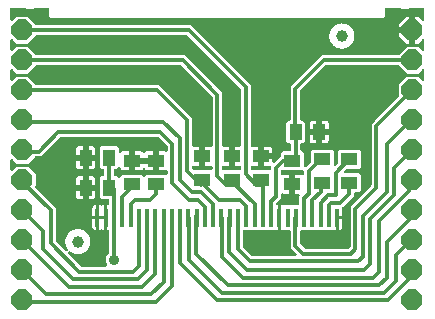
<source format=gbr>
G04 EAGLE Gerber RS-274X export*
G75*
%MOMM*%
%FSLAX34Y34*%
%LPD*%
%INTop Copper*%
%IPPOS*%
%AMOC8*
5,1,8,0,0,1.08239X$1,22.5*%
G01*
%ADD10R,0.350000X1.600000*%
%ADD11R,1.400000X1.100000*%
%ADD12R,1.100000X1.400000*%
%ADD13P,1.924489X8X22.500000*%
%ADD14P,1.924489X8X202.500000*%
%ADD15C,1.000000*%
%ADD16C,0.304800*%
%ADD17C,0.906400*%

G36*
X222114Y122516D02*
X222114Y122516D01*
X222233Y122523D01*
X222271Y122536D01*
X222312Y122541D01*
X222422Y122584D01*
X222535Y122621D01*
X222570Y122643D01*
X222607Y122658D01*
X222703Y122727D01*
X222804Y122791D01*
X222832Y122821D01*
X222865Y122844D01*
X222941Y122936D01*
X223022Y123023D01*
X223042Y123058D01*
X223067Y123089D01*
X223118Y123197D01*
X223176Y123301D01*
X223186Y123341D01*
X223203Y123377D01*
X223225Y123494D01*
X223255Y123609D01*
X223259Y123669D01*
X223263Y123689D01*
X223261Y123710D01*
X223265Y123770D01*
X223265Y125150D01*
X223250Y125268D01*
X223243Y125387D01*
X223230Y125425D01*
X223225Y125466D01*
X223182Y125576D01*
X223145Y125689D01*
X223123Y125724D01*
X223108Y125761D01*
X223039Y125857D01*
X222975Y125958D01*
X222945Y125986D01*
X222922Y126019D01*
X222830Y126095D01*
X222743Y126176D01*
X222708Y126196D01*
X222677Y126221D01*
X222569Y126272D01*
X222465Y126330D01*
X222425Y126340D01*
X222389Y126357D01*
X222272Y126379D01*
X222157Y126409D01*
X222097Y126413D01*
X222077Y126417D01*
X222056Y126415D01*
X221996Y126419D01*
X217169Y126419D01*
X217169Y131921D01*
X224171Y131921D01*
X224171Y130113D01*
X224188Y129976D01*
X224201Y129837D01*
X224208Y129818D01*
X224211Y129798D01*
X224262Y129669D01*
X224309Y129538D01*
X224320Y129521D01*
X224328Y129502D01*
X224409Y129390D01*
X224487Y129275D01*
X224503Y129261D01*
X224514Y129245D01*
X224622Y129156D01*
X224726Y129064D01*
X224744Y129055D01*
X224759Y129042D01*
X224885Y128983D01*
X225009Y128920D01*
X225029Y128915D01*
X225047Y128906D01*
X225183Y128880D01*
X225319Y128850D01*
X225340Y128850D01*
X225359Y128847D01*
X225498Y128855D01*
X225637Y128860D01*
X225657Y128865D01*
X225677Y128866D01*
X225809Y128909D01*
X225943Y128948D01*
X225960Y128958D01*
X225979Y128964D01*
X226097Y129039D01*
X226217Y129109D01*
X226238Y129128D01*
X226248Y129135D01*
X226262Y129150D01*
X226337Y129216D01*
X229244Y132122D01*
X231388Y134266D01*
X231448Y134344D01*
X231516Y134416D01*
X231545Y134469D01*
X231582Y134517D01*
X231622Y134608D01*
X231670Y134695D01*
X231685Y134753D01*
X231709Y134809D01*
X231724Y134907D01*
X231749Y135003D01*
X231755Y135103D01*
X231759Y135123D01*
X231757Y135135D01*
X231759Y135163D01*
X231759Y137202D01*
X233248Y138691D01*
X238666Y138691D01*
X238784Y138706D01*
X238903Y138713D01*
X238941Y138726D01*
X238982Y138731D01*
X239092Y138774D01*
X239205Y138811D01*
X239240Y138833D01*
X239277Y138848D01*
X239373Y138917D01*
X239474Y138981D01*
X239502Y139011D01*
X239535Y139034D01*
X239611Y139126D01*
X239692Y139213D01*
X239712Y139248D01*
X239737Y139279D01*
X239788Y139387D01*
X239846Y139491D01*
X239856Y139531D01*
X239873Y139567D01*
X239895Y139684D01*
X239925Y139799D01*
X239929Y139859D01*
X239933Y139879D01*
X239931Y139900D01*
X239935Y139960D01*
X239935Y144130D01*
X239920Y144248D01*
X239913Y144367D01*
X239900Y144405D01*
X239895Y144446D01*
X239852Y144556D01*
X239815Y144669D01*
X239793Y144704D01*
X239778Y144741D01*
X239709Y144837D01*
X239645Y144938D01*
X239615Y144966D01*
X239592Y144999D01*
X239500Y145075D01*
X239413Y145156D01*
X239378Y145176D01*
X239347Y145201D01*
X239239Y145252D01*
X239135Y145310D01*
X239095Y145320D01*
X239059Y145337D01*
X238942Y145359D01*
X238827Y145389D01*
X238767Y145393D01*
X238747Y145397D01*
X238726Y145395D01*
X238666Y145399D01*
X237448Y145399D01*
X235959Y146888D01*
X235959Y162992D01*
X237448Y164481D01*
X238506Y164481D01*
X238624Y164496D01*
X238743Y164503D01*
X238781Y164516D01*
X238822Y164521D01*
X238932Y164564D01*
X239045Y164601D01*
X239080Y164623D01*
X239117Y164638D01*
X239213Y164707D01*
X239314Y164771D01*
X239342Y164801D01*
X239375Y164824D01*
X239451Y164916D01*
X239532Y165003D01*
X239552Y165038D01*
X239577Y165069D01*
X239628Y165177D01*
X239686Y165281D01*
X239696Y165321D01*
X239713Y165357D01*
X239735Y165474D01*
X239765Y165589D01*
X239769Y165649D01*
X239773Y165669D01*
X239771Y165690D01*
X239775Y165750D01*
X239775Y193454D01*
X242528Y196206D01*
X266286Y219965D01*
X330274Y219965D01*
X330372Y219977D01*
X330471Y219980D01*
X330529Y219997D01*
X330589Y220005D01*
X330681Y220041D01*
X330776Y220069D01*
X330828Y220099D01*
X330885Y220122D01*
X330965Y220180D01*
X331050Y220230D01*
X331126Y220296D01*
X331142Y220308D01*
X331150Y220318D01*
X331171Y220336D01*
X338165Y227331D01*
X347635Y227331D01*
X350893Y224073D01*
X351002Y223988D01*
X351109Y223899D01*
X351128Y223890D01*
X351144Y223878D01*
X351272Y223823D01*
X351397Y223764D01*
X351417Y223760D01*
X351436Y223752D01*
X351574Y223730D01*
X351710Y223704D01*
X351730Y223705D01*
X351750Y223702D01*
X351889Y223715D01*
X352027Y223723D01*
X352046Y223730D01*
X352066Y223732D01*
X352198Y223779D01*
X352329Y223822D01*
X352347Y223832D01*
X352366Y223839D01*
X352481Y223917D01*
X352598Y223992D01*
X352612Y224006D01*
X352629Y224018D01*
X352721Y224122D01*
X352816Y224223D01*
X352826Y224241D01*
X352839Y224256D01*
X352903Y224380D01*
X352970Y224502D01*
X352975Y224521D01*
X352984Y224539D01*
X353014Y224675D01*
X353049Y224810D01*
X353051Y224838D01*
X353054Y224850D01*
X353053Y224870D01*
X353059Y224970D01*
X353059Y232230D01*
X353042Y232367D01*
X353029Y232506D01*
X353022Y232525D01*
X353019Y232545D01*
X352968Y232674D01*
X352921Y232805D01*
X352910Y232822D01*
X352902Y232841D01*
X352821Y232953D01*
X352743Y233068D01*
X352727Y233082D01*
X352716Y233098D01*
X352608Y233187D01*
X352504Y233279D01*
X352486Y233288D01*
X352471Y233301D01*
X352345Y233360D01*
X352221Y233423D01*
X352201Y233428D01*
X352183Y233436D01*
X352047Y233463D01*
X351911Y233493D01*
X351890Y233492D01*
X351871Y233496D01*
X351732Y233488D01*
X351593Y233483D01*
X351573Y233478D01*
X351553Y233477D01*
X351421Y233434D01*
X351287Y233395D01*
X351270Y233385D01*
X351251Y233378D01*
X351133Y233304D01*
X351013Y233233D01*
X350992Y233215D01*
X350982Y233208D01*
X350968Y233193D01*
X350893Y233127D01*
X347635Y229869D01*
X345439Y229869D01*
X345439Y240030D01*
X345424Y240148D01*
X345417Y240267D01*
X345404Y240305D01*
X345399Y240345D01*
X345356Y240456D01*
X345319Y240569D01*
X345297Y240603D01*
X345282Y240641D01*
X345212Y240737D01*
X345149Y240838D01*
X345119Y240866D01*
X345095Y240898D01*
X345004Y240974D01*
X344917Y241056D01*
X344882Y241075D01*
X344851Y241101D01*
X344743Y241152D01*
X344639Y241209D01*
X344599Y241220D01*
X344563Y241237D01*
X344446Y241259D01*
X344331Y241289D01*
X344270Y241293D01*
X344250Y241297D01*
X344230Y241295D01*
X344170Y241299D01*
X342899Y241299D01*
X342899Y241301D01*
X344170Y241301D01*
X344288Y241316D01*
X344407Y241323D01*
X344445Y241336D01*
X344485Y241341D01*
X344596Y241385D01*
X344709Y241421D01*
X344744Y241443D01*
X344781Y241458D01*
X344877Y241528D01*
X344978Y241591D01*
X345006Y241621D01*
X345039Y241645D01*
X345114Y241736D01*
X345196Y241823D01*
X345216Y241858D01*
X345241Y241890D01*
X345292Y241997D01*
X345350Y242102D01*
X345360Y242141D01*
X345377Y242177D01*
X345399Y242294D01*
X345429Y242409D01*
X345433Y242470D01*
X345437Y242490D01*
X345435Y242510D01*
X345439Y242570D01*
X345439Y252731D01*
X347635Y252731D01*
X350893Y249473D01*
X351002Y249388D01*
X351109Y249299D01*
X351128Y249290D01*
X351144Y249278D01*
X351272Y249223D01*
X351397Y249164D01*
X351417Y249160D01*
X351436Y249152D01*
X351574Y249130D01*
X351710Y249104D01*
X351730Y249105D01*
X351750Y249102D01*
X351889Y249115D01*
X352027Y249123D01*
X352046Y249130D01*
X352066Y249132D01*
X352198Y249179D01*
X352329Y249222D01*
X352347Y249232D01*
X352366Y249239D01*
X352481Y249317D01*
X352598Y249392D01*
X352612Y249406D01*
X352629Y249418D01*
X352721Y249522D01*
X352816Y249623D01*
X352826Y249641D01*
X352839Y249656D01*
X352903Y249780D01*
X352970Y249902D01*
X352975Y249921D01*
X352984Y249939D01*
X353014Y250075D01*
X353049Y250210D01*
X353051Y250238D01*
X353054Y250250D01*
X353053Y250270D01*
X353059Y250370D01*
X353059Y259080D01*
X353044Y259198D01*
X353037Y259317D01*
X353024Y259355D01*
X353019Y259396D01*
X352976Y259506D01*
X352939Y259619D01*
X352917Y259654D01*
X352902Y259691D01*
X352833Y259787D01*
X352769Y259888D01*
X352739Y259916D01*
X352716Y259949D01*
X352624Y260025D01*
X352537Y260106D01*
X352502Y260126D01*
X352471Y260151D01*
X352363Y260202D01*
X352259Y260260D01*
X352219Y260270D01*
X352183Y260287D01*
X352066Y260309D01*
X351951Y260339D01*
X351891Y260343D01*
X351871Y260347D01*
X351850Y260345D01*
X351790Y260349D01*
X341524Y260349D01*
X341515Y260348D01*
X341505Y260349D01*
X341357Y260328D01*
X341208Y260309D01*
X341200Y260306D01*
X341190Y260305D01*
X341038Y260253D01*
X339243Y259509D01*
X333857Y259509D01*
X332062Y260253D01*
X332053Y260255D01*
X332045Y260260D01*
X331900Y260297D01*
X331755Y260337D01*
X331746Y260337D01*
X331737Y260339D01*
X331576Y260349D01*
X321310Y260349D01*
X321192Y260334D01*
X321073Y260327D01*
X321035Y260314D01*
X320994Y260309D01*
X320884Y260266D01*
X320771Y260229D01*
X320736Y260207D01*
X320699Y260192D01*
X320603Y260123D01*
X320502Y260059D01*
X320474Y260029D01*
X320441Y260006D01*
X320365Y259914D01*
X320284Y259827D01*
X320264Y259792D01*
X320239Y259761D01*
X320188Y259653D01*
X320130Y259549D01*
X320120Y259509D01*
X320103Y259473D01*
X320081Y259356D01*
X320051Y259241D01*
X320047Y259181D01*
X320043Y259161D01*
X320045Y259140D01*
X320041Y259080D01*
X320041Y252948D01*
X318552Y251459D01*
X37048Y251459D01*
X35559Y252948D01*
X35559Y259080D01*
X35544Y259198D01*
X35537Y259317D01*
X35524Y259355D01*
X35519Y259396D01*
X35476Y259506D01*
X35439Y259619D01*
X35417Y259654D01*
X35402Y259691D01*
X35333Y259787D01*
X35269Y259888D01*
X35239Y259916D01*
X35216Y259949D01*
X35124Y260025D01*
X35037Y260106D01*
X35002Y260126D01*
X34971Y260151D01*
X34863Y260202D01*
X34759Y260260D01*
X34719Y260270D01*
X34683Y260287D01*
X34566Y260309D01*
X34451Y260339D01*
X34391Y260343D01*
X34371Y260347D01*
X34350Y260345D01*
X34290Y260349D01*
X24024Y260349D01*
X24015Y260348D01*
X24005Y260349D01*
X23857Y260328D01*
X23708Y260309D01*
X23700Y260306D01*
X23690Y260305D01*
X23538Y260253D01*
X21743Y259509D01*
X16357Y259509D01*
X14562Y260253D01*
X14553Y260255D01*
X14545Y260260D01*
X14400Y260297D01*
X14255Y260337D01*
X14246Y260337D01*
X14237Y260339D01*
X14076Y260349D01*
X3810Y260349D01*
X3692Y260334D01*
X3573Y260327D01*
X3535Y260314D01*
X3494Y260309D01*
X3384Y260266D01*
X3271Y260229D01*
X3236Y260207D01*
X3199Y260192D01*
X3103Y260123D01*
X3002Y260059D01*
X2974Y260029D01*
X2941Y260006D01*
X2865Y259914D01*
X2784Y259827D01*
X2764Y259792D01*
X2739Y259761D01*
X2688Y259653D01*
X2630Y259549D01*
X2620Y259509D01*
X2603Y259473D01*
X2581Y259356D01*
X2551Y259241D01*
X2547Y259181D01*
X2543Y259161D01*
X2545Y259140D01*
X2541Y259080D01*
X2541Y250370D01*
X2558Y250233D01*
X2571Y250094D01*
X2578Y250075D01*
X2581Y250055D01*
X2632Y249926D01*
X2679Y249795D01*
X2690Y249778D01*
X2698Y249759D01*
X2779Y249647D01*
X2857Y249532D01*
X2873Y249518D01*
X2884Y249502D01*
X2992Y249413D01*
X3096Y249321D01*
X3114Y249312D01*
X3129Y249299D01*
X3255Y249240D01*
X3379Y249177D01*
X3399Y249172D01*
X3417Y249164D01*
X3553Y249137D01*
X3689Y249107D01*
X3710Y249108D01*
X3729Y249104D01*
X3868Y249112D01*
X4007Y249117D01*
X4027Y249122D01*
X4047Y249123D01*
X4179Y249166D01*
X4313Y249205D01*
X4330Y249215D01*
X4349Y249222D01*
X4467Y249296D01*
X4587Y249367D01*
X4608Y249385D01*
X4618Y249392D01*
X4632Y249407D01*
X4707Y249473D01*
X7965Y252731D01*
X17435Y252731D01*
X24429Y245736D01*
X24507Y245676D01*
X24579Y245608D01*
X24632Y245579D01*
X24680Y245542D01*
X24771Y245502D01*
X24858Y245454D01*
X24916Y245439D01*
X24972Y245415D01*
X25070Y245400D01*
X25166Y245375D01*
X25266Y245369D01*
X25286Y245365D01*
X25298Y245367D01*
X25326Y245365D01*
X155354Y245365D01*
X205995Y194724D01*
X205995Y143770D01*
X206010Y143652D01*
X206017Y143533D01*
X206030Y143495D01*
X206035Y143454D01*
X206078Y143344D01*
X206115Y143231D01*
X206137Y143196D01*
X206152Y143159D01*
X206221Y143063D01*
X206285Y142962D01*
X206315Y142934D01*
X206338Y142901D01*
X206430Y142825D01*
X206517Y142744D01*
X206552Y142724D01*
X206583Y142699D01*
X206691Y142648D01*
X206795Y142590D01*
X206835Y142580D01*
X206871Y142563D01*
X206988Y142541D01*
X207103Y142511D01*
X207163Y142507D01*
X207183Y142503D01*
X207204Y142505D01*
X207264Y142501D01*
X212091Y142501D01*
X212091Y135730D01*
X212106Y135612D01*
X212113Y135493D01*
X212126Y135455D01*
X212131Y135415D01*
X212174Y135304D01*
X212211Y135191D01*
X212233Y135156D01*
X212248Y135119D01*
X212318Y135023D01*
X212381Y134922D01*
X212411Y134894D01*
X212435Y134862D01*
X212526Y134786D01*
X212613Y134704D01*
X212648Y134685D01*
X212679Y134659D01*
X212787Y134608D01*
X212891Y134551D01*
X212931Y134540D01*
X212967Y134523D01*
X213084Y134501D01*
X213199Y134471D01*
X213260Y134467D01*
X213280Y134463D01*
X213300Y134465D01*
X213360Y134461D01*
X214631Y134461D01*
X214631Y134459D01*
X213360Y134459D01*
X213242Y134444D01*
X213123Y134437D01*
X213085Y134424D01*
X213045Y134419D01*
X212934Y134375D01*
X212821Y134339D01*
X212786Y134317D01*
X212749Y134302D01*
X212653Y134232D01*
X212552Y134169D01*
X212524Y134139D01*
X212491Y134115D01*
X212416Y134024D01*
X212334Y133937D01*
X212314Y133902D01*
X212289Y133870D01*
X212238Y133763D01*
X212180Y133659D01*
X212170Y133619D01*
X212153Y133583D01*
X212131Y133466D01*
X212101Y133351D01*
X212097Y133290D01*
X212093Y133270D01*
X212095Y133250D01*
X212091Y133190D01*
X212091Y126419D01*
X207264Y126419D01*
X207146Y126404D01*
X207027Y126397D01*
X206989Y126384D01*
X206948Y126379D01*
X206838Y126336D01*
X206725Y126299D01*
X206690Y126277D01*
X206653Y126262D01*
X206557Y126193D01*
X206456Y126129D01*
X206428Y126099D01*
X206395Y126076D01*
X206319Y125984D01*
X206238Y125897D01*
X206218Y125862D01*
X206193Y125831D01*
X206142Y125723D01*
X206084Y125619D01*
X206074Y125579D01*
X206057Y125543D01*
X206035Y125426D01*
X206005Y125311D01*
X206001Y125251D01*
X205997Y125231D01*
X205999Y125210D01*
X205995Y125150D01*
X205995Y123770D01*
X206010Y123652D01*
X206017Y123533D01*
X206030Y123495D01*
X206035Y123454D01*
X206078Y123344D01*
X206115Y123231D01*
X206137Y123196D01*
X206152Y123159D01*
X206221Y123063D01*
X206285Y122962D01*
X206315Y122934D01*
X206338Y122901D01*
X206430Y122825D01*
X206517Y122744D01*
X206552Y122724D01*
X206583Y122699D01*
X206691Y122648D01*
X206795Y122590D01*
X206835Y122580D01*
X206871Y122563D01*
X206988Y122541D01*
X207103Y122511D01*
X207163Y122507D01*
X207183Y122503D01*
X207204Y122505D01*
X207264Y122501D01*
X221996Y122501D01*
X222114Y122516D01*
G37*
G36*
X288719Y56147D02*
X288719Y56147D01*
X288818Y56150D01*
X288876Y56167D01*
X288936Y56175D01*
X289028Y56211D01*
X289123Y56239D01*
X289175Y56269D01*
X289232Y56292D01*
X289312Y56350D01*
X289397Y56400D01*
X289473Y56466D01*
X289489Y56478D01*
X289497Y56488D01*
X289518Y56506D01*
X290204Y57192D01*
X290264Y57270D01*
X290332Y57342D01*
X290361Y57395D01*
X290398Y57443D01*
X290438Y57534D01*
X290486Y57621D01*
X290501Y57679D01*
X290525Y57735D01*
X290540Y57833D01*
X290565Y57929D01*
X290571Y58029D01*
X290575Y58049D01*
X290573Y58061D01*
X290575Y58089D01*
X290575Y91854D01*
X307984Y109262D01*
X308044Y109340D01*
X308112Y109412D01*
X308141Y109465D01*
X308178Y109513D01*
X308218Y109604D01*
X308266Y109691D01*
X308281Y109749D01*
X308305Y109805D01*
X308320Y109903D01*
X308345Y109999D01*
X308351Y110099D01*
X308355Y110119D01*
X308353Y110131D01*
X308355Y110159D01*
X308355Y161704D01*
X311108Y164456D01*
X331098Y184446D01*
X331158Y184524D01*
X331226Y184596D01*
X331255Y184649D01*
X331292Y184697D01*
X331332Y184788D01*
X331380Y184875D01*
X331395Y184933D01*
X331419Y184989D01*
X331434Y185087D01*
X331459Y185183D01*
X331465Y185283D01*
X331469Y185303D01*
X331467Y185315D01*
X331469Y185343D01*
X331469Y195235D01*
X338165Y201931D01*
X347635Y201931D01*
X350893Y198673D01*
X351002Y198588D01*
X351109Y198499D01*
X351128Y198490D01*
X351144Y198478D01*
X351272Y198423D01*
X351397Y198364D01*
X351417Y198360D01*
X351436Y198352D01*
X351574Y198330D01*
X351710Y198304D01*
X351730Y198305D01*
X351750Y198302D01*
X351889Y198315D01*
X352027Y198323D01*
X352046Y198330D01*
X352066Y198332D01*
X352198Y198379D01*
X352329Y198422D01*
X352347Y198432D01*
X352366Y198439D01*
X352481Y198517D01*
X352598Y198592D01*
X352612Y198606D01*
X352629Y198618D01*
X352721Y198722D01*
X352816Y198823D01*
X352826Y198841D01*
X352839Y198856D01*
X352903Y198980D01*
X352970Y199102D01*
X352975Y199121D01*
X352984Y199139D01*
X353014Y199275D01*
X353049Y199410D01*
X353051Y199438D01*
X353054Y199450D01*
X353053Y199470D01*
X353059Y199570D01*
X353059Y206830D01*
X353042Y206967D01*
X353029Y207106D01*
X353022Y207125D01*
X353019Y207145D01*
X352968Y207274D01*
X352921Y207405D01*
X352910Y207422D01*
X352902Y207441D01*
X352821Y207553D01*
X352743Y207668D01*
X352727Y207682D01*
X352716Y207698D01*
X352608Y207787D01*
X352504Y207879D01*
X352486Y207888D01*
X352471Y207901D01*
X352345Y207960D01*
X352221Y208023D01*
X352201Y208028D01*
X352183Y208036D01*
X352047Y208063D01*
X351911Y208093D01*
X351890Y208092D01*
X351871Y208096D01*
X351732Y208088D01*
X351593Y208083D01*
X351573Y208078D01*
X351553Y208077D01*
X351421Y208034D01*
X351287Y207995D01*
X351270Y207985D01*
X351251Y207978D01*
X351133Y207904D01*
X351013Y207833D01*
X350992Y207815D01*
X350982Y207808D01*
X350968Y207793D01*
X350893Y207727D01*
X347635Y204469D01*
X338165Y204469D01*
X331171Y211464D01*
X331093Y211524D01*
X331021Y211592D01*
X330968Y211621D01*
X330920Y211658D01*
X330829Y211698D01*
X330742Y211746D01*
X330684Y211761D01*
X330628Y211785D01*
X330530Y211800D01*
X330434Y211825D01*
X330334Y211831D01*
X330314Y211835D01*
X330302Y211833D01*
X330274Y211835D01*
X270179Y211835D01*
X270081Y211823D01*
X269982Y211820D01*
X269924Y211803D01*
X269864Y211795D01*
X269772Y211759D01*
X269677Y211731D01*
X269625Y211701D01*
X269568Y211678D01*
X269488Y211620D01*
X269403Y211570D01*
X269327Y211504D01*
X269311Y211492D01*
X269303Y211482D01*
X269282Y211464D01*
X248276Y190458D01*
X248216Y190380D01*
X248148Y190308D01*
X248119Y190255D01*
X248082Y190207D01*
X248042Y190116D01*
X247994Y190029D01*
X247979Y189971D01*
X247955Y189915D01*
X247940Y189817D01*
X247915Y189721D01*
X247909Y189621D01*
X247905Y189601D01*
X247907Y189589D01*
X247905Y189561D01*
X247905Y165750D01*
X247920Y165632D01*
X247927Y165513D01*
X247940Y165475D01*
X247945Y165434D01*
X247988Y165324D01*
X248025Y165211D01*
X248047Y165176D01*
X248062Y165139D01*
X248132Y165042D01*
X248195Y164942D01*
X248225Y164914D01*
X248248Y164881D01*
X248340Y164805D01*
X248427Y164724D01*
X248462Y164704D01*
X248493Y164679D01*
X248601Y164628D01*
X248705Y164570D01*
X248745Y164560D01*
X248781Y164543D01*
X248898Y164521D01*
X249013Y164491D01*
X249073Y164487D01*
X249093Y164483D01*
X249114Y164485D01*
X249174Y164481D01*
X250552Y164481D01*
X252041Y162992D01*
X252041Y146888D01*
X250552Y145399D01*
X249334Y145399D01*
X249216Y145384D01*
X249097Y145377D01*
X249059Y145364D01*
X249018Y145359D01*
X248908Y145316D01*
X248795Y145279D01*
X248760Y145257D01*
X248723Y145242D01*
X248627Y145173D01*
X248526Y145109D01*
X248498Y145079D01*
X248465Y145056D01*
X248389Y144964D01*
X248308Y144877D01*
X248288Y144842D01*
X248263Y144811D01*
X248212Y144703D01*
X248154Y144599D01*
X248144Y144559D01*
X248127Y144523D01*
X248105Y144406D01*
X248075Y144291D01*
X248071Y144231D01*
X248067Y144211D01*
X248069Y144190D01*
X248065Y144130D01*
X248065Y139960D01*
X248080Y139842D01*
X248087Y139723D01*
X248100Y139685D01*
X248105Y139644D01*
X248148Y139534D01*
X248185Y139421D01*
X248207Y139386D01*
X248222Y139349D01*
X248292Y139252D01*
X248355Y139152D01*
X248385Y139124D01*
X248408Y139091D01*
X248500Y139015D01*
X248587Y138934D01*
X248622Y138914D01*
X248653Y138889D01*
X248761Y138838D01*
X248865Y138780D01*
X248905Y138770D01*
X248941Y138753D01*
X249058Y138731D01*
X249173Y138701D01*
X249233Y138697D01*
X249253Y138693D01*
X249274Y138695D01*
X249334Y138691D01*
X249352Y138691D01*
X250841Y137202D01*
X250841Y126303D01*
X250858Y126166D01*
X250871Y126027D01*
X250878Y126008D01*
X250881Y125988D01*
X250932Y125859D01*
X250979Y125728D01*
X250990Y125711D01*
X250998Y125692D01*
X251079Y125580D01*
X251157Y125465D01*
X251173Y125451D01*
X251184Y125435D01*
X251292Y125346D01*
X251396Y125254D01*
X251414Y125245D01*
X251429Y125232D01*
X251555Y125173D01*
X251679Y125110D01*
X251699Y125105D01*
X251717Y125096D01*
X251853Y125070D01*
X251989Y125040D01*
X252010Y125040D01*
X252029Y125037D01*
X252168Y125045D01*
X252307Y125050D01*
X252327Y125055D01*
X252347Y125056D01*
X252479Y125099D01*
X252613Y125138D01*
X252630Y125148D01*
X252649Y125154D01*
X252767Y125229D01*
X252887Y125299D01*
X252908Y125318D01*
X252918Y125325D01*
X252932Y125340D01*
X253007Y125406D01*
X256788Y129186D01*
X256848Y129264D01*
X256916Y129336D01*
X256945Y129389D01*
X256982Y129437D01*
X257022Y129528D01*
X257070Y129615D01*
X257085Y129673D01*
X257109Y129729D01*
X257124Y129827D01*
X257149Y129923D01*
X257155Y130023D01*
X257159Y130043D01*
X257157Y130055D01*
X257159Y130083D01*
X257159Y138472D01*
X258648Y139961D01*
X274752Y139961D01*
X276241Y138472D01*
X276241Y127573D01*
X276258Y127435D01*
X276271Y127297D01*
X276278Y127278D01*
X276281Y127258D01*
X276332Y127129D01*
X276379Y126998D01*
X276390Y126981D01*
X276398Y126962D01*
X276479Y126850D01*
X276557Y126735D01*
X276573Y126721D01*
X276584Y126705D01*
X276692Y126616D01*
X276796Y126524D01*
X276814Y126515D01*
X276829Y126502D01*
X276955Y126443D01*
X277079Y126380D01*
X277099Y126375D01*
X277117Y126366D01*
X277254Y126340D01*
X277389Y126310D01*
X277410Y126310D01*
X277429Y126307D01*
X277568Y126315D01*
X277707Y126320D01*
X277727Y126325D01*
X277747Y126326D01*
X277879Y126369D01*
X278013Y126408D01*
X278030Y126418D01*
X278049Y126424D01*
X278167Y126499D01*
X278287Y126569D01*
X278308Y126588D01*
X278318Y126595D01*
X278332Y126610D01*
X278407Y126676D01*
X279648Y127916D01*
X279708Y127994D01*
X279776Y128066D01*
X279805Y128119D01*
X279842Y128167D01*
X279882Y128258D01*
X279930Y128345D01*
X279945Y128403D01*
X279969Y128459D01*
X279984Y128557D01*
X280009Y128653D01*
X280015Y128753D01*
X280019Y128773D01*
X280017Y128785D01*
X280019Y128813D01*
X280019Y138472D01*
X281508Y139961D01*
X297612Y139961D01*
X299101Y138472D01*
X299101Y125368D01*
X297612Y123879D01*
X287633Y123879D01*
X287535Y123867D01*
X287436Y123864D01*
X287378Y123847D01*
X287318Y123839D01*
X287226Y123803D01*
X287131Y123775D01*
X287079Y123745D01*
X287022Y123722D01*
X286942Y123664D01*
X286857Y123614D01*
X286781Y123548D01*
X286765Y123536D01*
X286757Y123526D01*
X286736Y123508D01*
X285356Y122127D01*
X285271Y122018D01*
X285182Y121911D01*
X285173Y121892D01*
X285161Y121876D01*
X285106Y121749D01*
X285046Y121623D01*
X285043Y121603D01*
X285035Y121584D01*
X285013Y121446D01*
X284987Y121310D01*
X284988Y121290D01*
X284985Y121270D01*
X284998Y121131D01*
X285006Y120993D01*
X285013Y120974D01*
X285015Y120954D01*
X285062Y120822D01*
X285104Y120691D01*
X285115Y120673D01*
X285122Y120654D01*
X285200Y120539D01*
X285275Y120422D01*
X285289Y120408D01*
X285301Y120391D01*
X285405Y120299D01*
X285506Y120204D01*
X285524Y120194D01*
X285539Y120181D01*
X285663Y120117D01*
X285785Y120050D01*
X285804Y120045D01*
X285822Y120036D01*
X285958Y120006D01*
X286093Y119971D01*
X286121Y119969D01*
X286133Y119966D01*
X286153Y119967D01*
X286253Y119961D01*
X297612Y119961D01*
X299101Y118472D01*
X299101Y105368D01*
X297612Y103879D01*
X294894Y103879D01*
X294776Y103864D01*
X294657Y103857D01*
X294619Y103844D01*
X294578Y103839D01*
X294468Y103796D01*
X294355Y103759D01*
X294320Y103737D01*
X294283Y103722D01*
X294187Y103653D01*
X294086Y103589D01*
X294058Y103559D01*
X294025Y103536D01*
X293949Y103444D01*
X293868Y103357D01*
X293848Y103322D01*
X293823Y103291D01*
X293772Y103183D01*
X293714Y103079D01*
X293704Y103039D01*
X293687Y103003D01*
X293665Y102886D01*
X293635Y102771D01*
X293631Y102711D01*
X293627Y102691D01*
X293629Y102670D01*
X293625Y102610D01*
X293625Y101186D01*
X290872Y98434D01*
X283962Y91524D01*
X283902Y91446D01*
X283834Y91374D01*
X283805Y91321D01*
X283768Y91273D01*
X283728Y91182D01*
X283680Y91095D01*
X283665Y91037D01*
X283641Y90981D01*
X283626Y90883D01*
X283601Y90787D01*
X283595Y90687D01*
X283591Y90667D01*
X283593Y90655D01*
X283591Y90627D01*
X283591Y83819D01*
X279300Y83819D01*
X279182Y83804D01*
X279063Y83797D01*
X279025Y83785D01*
X278985Y83780D01*
X278874Y83736D01*
X278761Y83699D01*
X278727Y83677D01*
X278689Y83663D01*
X278593Y83593D01*
X278492Y83529D01*
X278492Y83528D01*
X278464Y83499D01*
X278432Y83476D01*
X278432Y83475D01*
X278431Y83475D01*
X278355Y83383D01*
X278274Y83297D01*
X278254Y83261D01*
X278228Y83230D01*
X278178Y83123D01*
X278120Y83018D01*
X278110Y82979D01*
X278093Y82943D01*
X278071Y82826D01*
X278041Y82710D01*
X278037Y82650D01*
X278033Y82630D01*
X278034Y82610D01*
X278031Y82550D01*
X278031Y72009D01*
X277216Y72009D01*
X276545Y72189D01*
X276489Y72213D01*
X276389Y72264D01*
X276343Y72274D01*
X276300Y72292D01*
X276188Y72309D01*
X276079Y72333D01*
X276032Y72332D01*
X275985Y72339D01*
X275873Y72327D01*
X275761Y72324D01*
X275716Y72311D01*
X275669Y72306D01*
X275563Y72266D01*
X275455Y72235D01*
X275415Y72211D01*
X275370Y72195D01*
X275278Y72131D01*
X275181Y72074D01*
X275127Y72026D01*
X275109Y72014D01*
X275106Y72009D01*
X269435Y72009D01*
X269337Y72052D01*
X269231Y72106D01*
X269192Y72115D01*
X269154Y72131D01*
X269037Y72149D01*
X268921Y72175D01*
X268880Y72174D01*
X268840Y72180D01*
X268722Y72169D01*
X268603Y72166D01*
X268564Y72154D01*
X268524Y72151D01*
X268412Y72110D01*
X268297Y72077D01*
X268263Y72057D01*
X268224Y72043D01*
X268175Y72009D01*
X262435Y72009D01*
X262337Y72052D01*
X262231Y72106D01*
X262192Y72115D01*
X262154Y72131D01*
X262037Y72149D01*
X261921Y72175D01*
X261880Y72174D01*
X261840Y72180D01*
X261722Y72169D01*
X261603Y72166D01*
X261564Y72154D01*
X261524Y72151D01*
X261412Y72110D01*
X261297Y72077D01*
X261263Y72057D01*
X261224Y72043D01*
X261175Y72009D01*
X255435Y72009D01*
X255337Y72052D01*
X255231Y72106D01*
X255192Y72115D01*
X255154Y72131D01*
X255037Y72149D01*
X254921Y72175D01*
X254880Y72174D01*
X254840Y72180D01*
X254722Y72169D01*
X254603Y72166D01*
X254564Y72154D01*
X254524Y72151D01*
X254412Y72110D01*
X254297Y72077D01*
X254263Y72057D01*
X254224Y72043D01*
X254175Y72009D01*
X249174Y72009D01*
X249056Y71994D01*
X248937Y71987D01*
X248899Y71974D01*
X248858Y71969D01*
X248748Y71926D01*
X248635Y71889D01*
X248600Y71867D01*
X248563Y71852D01*
X248467Y71783D01*
X248366Y71719D01*
X248338Y71689D01*
X248305Y71666D01*
X248229Y71574D01*
X248148Y71487D01*
X248128Y71452D01*
X248103Y71421D01*
X248052Y71313D01*
X247994Y71209D01*
X247984Y71169D01*
X247967Y71133D01*
X247945Y71016D01*
X247915Y70901D01*
X247911Y70841D01*
X247907Y70821D01*
X247909Y70800D01*
X247905Y70740D01*
X247905Y60629D01*
X247917Y60531D01*
X247920Y60432D01*
X247937Y60374D01*
X247945Y60314D01*
X247981Y60222D01*
X248009Y60127D01*
X248039Y60075D01*
X248062Y60018D01*
X248120Y59938D01*
X248170Y59853D01*
X248236Y59777D01*
X248248Y59761D01*
X248258Y59753D01*
X248276Y59732D01*
X251502Y56506D01*
X251580Y56446D01*
X251652Y56378D01*
X251705Y56349D01*
X251753Y56312D01*
X251844Y56272D01*
X251931Y56224D01*
X251989Y56209D01*
X252045Y56185D01*
X252143Y56170D01*
X252239Y56145D01*
X252339Y56139D01*
X252359Y56135D01*
X252371Y56137D01*
X252399Y56135D01*
X288621Y56135D01*
X288719Y56147D01*
G37*
G36*
X83337Y40912D02*
X83337Y40912D01*
X83475Y40925D01*
X83494Y40932D01*
X83514Y40935D01*
X83644Y40986D01*
X83775Y41033D01*
X83791Y41044D01*
X83810Y41052D01*
X83923Y41133D01*
X84038Y41212D01*
X84051Y41227D01*
X84067Y41238D01*
X84156Y41346D01*
X84248Y41450D01*
X84257Y41468D01*
X84270Y41483D01*
X84329Y41609D01*
X84393Y41733D01*
X84397Y41753D01*
X84406Y41771D01*
X84432Y41907D01*
X84462Y42044D01*
X84462Y42064D01*
X84465Y42083D01*
X84457Y42222D01*
X84453Y42361D01*
X84447Y42381D01*
X84446Y42401D01*
X84403Y42533D01*
X84364Y42667D01*
X84354Y42684D01*
X84348Y42703D01*
X84273Y42821D01*
X84202Y42941D01*
X84184Y42962D01*
X84181Y42966D01*
X83097Y45583D01*
X83097Y48397D01*
X84174Y50996D01*
X85864Y52686D01*
X85924Y52764D01*
X85992Y52836D01*
X86018Y52883D01*
X86037Y52907D01*
X86041Y52915D01*
X86058Y52937D01*
X86098Y53028D01*
X86146Y53115D01*
X86158Y53163D01*
X86173Y53194D01*
X86175Y53207D01*
X86185Y53229D01*
X86200Y53327D01*
X86225Y53423D01*
X86229Y53489D01*
X86233Y53507D01*
X86232Y53524D01*
X86235Y53543D01*
X86233Y53555D01*
X86235Y53583D01*
X86235Y70740D01*
X86220Y70858D01*
X86213Y70977D01*
X86200Y71015D01*
X86195Y71056D01*
X86152Y71166D01*
X86115Y71279D01*
X86093Y71314D01*
X86078Y71351D01*
X86009Y71447D01*
X85945Y71548D01*
X85915Y71576D01*
X85892Y71609D01*
X85800Y71685D01*
X85713Y71766D01*
X85678Y71786D01*
X85647Y71811D01*
X85539Y71862D01*
X85435Y71920D01*
X85395Y71930D01*
X85359Y71947D01*
X85242Y71969D01*
X85127Y71999D01*
X85067Y72003D01*
X85047Y72007D01*
X85026Y72005D01*
X84966Y72009D01*
X84569Y72009D01*
X84569Y82550D01*
X84569Y93091D01*
X84836Y93091D01*
X84954Y93106D01*
X85073Y93113D01*
X85111Y93126D01*
X85152Y93131D01*
X85262Y93174D01*
X85375Y93211D01*
X85410Y93233D01*
X85447Y93248D01*
X85543Y93317D01*
X85644Y93381D01*
X85672Y93411D01*
X85705Y93434D01*
X85781Y93526D01*
X85862Y93613D01*
X85882Y93648D01*
X85907Y93679D01*
X85958Y93787D01*
X86016Y93891D01*
X86026Y93931D01*
X86043Y93967D01*
X86065Y94084D01*
X86095Y94199D01*
X86099Y94259D01*
X86103Y94279D01*
X86101Y94300D01*
X86105Y94360D01*
X86105Y97140D01*
X86090Y97258D01*
X86083Y97377D01*
X86070Y97415D01*
X86065Y97456D01*
X86022Y97566D01*
X85985Y97679D01*
X85963Y97714D01*
X85948Y97751D01*
X85879Y97847D01*
X85815Y97948D01*
X85785Y97976D01*
X85762Y98009D01*
X85670Y98085D01*
X85583Y98166D01*
X85548Y98186D01*
X85517Y98211D01*
X85409Y98262D01*
X85305Y98320D01*
X85265Y98330D01*
X85229Y98347D01*
X85112Y98369D01*
X84997Y98399D01*
X84937Y98403D01*
X84917Y98407D01*
X84896Y98405D01*
X84836Y98409D01*
X79648Y98409D01*
X78159Y99898D01*
X78159Y116002D01*
X79648Y117491D01*
X80866Y117491D01*
X80984Y117506D01*
X81103Y117513D01*
X81141Y117526D01*
X81182Y117531D01*
X81292Y117574D01*
X81405Y117611D01*
X81440Y117633D01*
X81477Y117648D01*
X81573Y117717D01*
X81674Y117781D01*
X81702Y117811D01*
X81735Y117834D01*
X81810Y117926D01*
X81892Y118013D01*
X81912Y118048D01*
X81937Y118079D01*
X81988Y118187D01*
X82046Y118291D01*
X82056Y118331D01*
X82073Y118367D01*
X82095Y118484D01*
X82125Y118599D01*
X82129Y118659D01*
X82133Y118679D01*
X82131Y118700D01*
X82135Y118760D01*
X82135Y122540D01*
X82120Y122658D01*
X82113Y122777D01*
X82100Y122815D01*
X82095Y122856D01*
X82052Y122966D01*
X82015Y123079D01*
X81993Y123114D01*
X81978Y123151D01*
X81909Y123247D01*
X81845Y123348D01*
X81815Y123376D01*
X81792Y123409D01*
X81700Y123485D01*
X81613Y123566D01*
X81578Y123586D01*
X81547Y123611D01*
X81439Y123662D01*
X81335Y123720D01*
X81295Y123730D01*
X81259Y123747D01*
X81142Y123769D01*
X81027Y123799D01*
X80967Y123803D01*
X80947Y123807D01*
X80926Y123805D01*
X80866Y123809D01*
X79648Y123809D01*
X78159Y125298D01*
X78159Y141402D01*
X79648Y142891D01*
X92752Y142891D01*
X94241Y141402D01*
X94241Y138638D01*
X94258Y138500D01*
X94271Y138362D01*
X94278Y138343D01*
X94281Y138323D01*
X94332Y138193D01*
X94379Y138062D01*
X94390Y138046D01*
X94398Y138027D01*
X94479Y137914D01*
X94557Y137799D01*
X94573Y137786D01*
X94584Y137770D01*
X94692Y137681D01*
X94796Y137589D01*
X94814Y137580D01*
X94829Y137567D01*
X94955Y137508D01*
X95079Y137444D01*
X95099Y137440D01*
X95117Y137431D01*
X95253Y137405D01*
X95389Y137375D01*
X95410Y137375D01*
X95429Y137371D01*
X95568Y137380D01*
X95707Y137384D01*
X95727Y137390D01*
X95747Y137391D01*
X95879Y137434D01*
X96013Y137473D01*
X96030Y137483D01*
X96049Y137489D01*
X96167Y137563D01*
X96287Y137634D01*
X96308Y137653D01*
X96318Y137659D01*
X96332Y137674D01*
X96408Y137741D01*
X96850Y138183D01*
X97429Y138518D01*
X98076Y138691D01*
X102871Y138691D01*
X102871Y131920D01*
X102886Y131802D01*
X102893Y131683D01*
X102906Y131645D01*
X102911Y131605D01*
X102954Y131494D01*
X102991Y131381D01*
X103013Y131346D01*
X103028Y131309D01*
X103098Y131213D01*
X103161Y131112D01*
X103191Y131084D01*
X103215Y131052D01*
X103306Y130976D01*
X103393Y130894D01*
X103428Y130875D01*
X103459Y130849D01*
X103567Y130798D01*
X103671Y130741D01*
X103711Y130730D01*
X103747Y130713D01*
X103864Y130691D01*
X103979Y130661D01*
X104040Y130657D01*
X104060Y130653D01*
X104080Y130655D01*
X104140Y130651D01*
X105411Y130651D01*
X105411Y130649D01*
X104140Y130649D01*
X104022Y130634D01*
X103903Y130627D01*
X103865Y130614D01*
X103825Y130609D01*
X103714Y130565D01*
X103601Y130529D01*
X103566Y130507D01*
X103529Y130492D01*
X103433Y130422D01*
X103332Y130359D01*
X103304Y130329D01*
X103271Y130305D01*
X103196Y130214D01*
X103114Y130127D01*
X103094Y130092D01*
X103069Y130060D01*
X103018Y129953D01*
X102960Y129849D01*
X102950Y129809D01*
X102933Y129773D01*
X102911Y129656D01*
X102881Y129541D01*
X102877Y129480D01*
X102873Y129460D01*
X102875Y129440D01*
X102871Y129380D01*
X102871Y122609D01*
X98076Y122609D01*
X97429Y122782D01*
X96850Y123117D01*
X96377Y123590D01*
X96042Y124169D01*
X95992Y124357D01*
X95942Y124479D01*
X95897Y124604D01*
X95882Y124626D01*
X95872Y124651D01*
X95793Y124757D01*
X95719Y124867D01*
X95699Y124885D01*
X95683Y124906D01*
X95580Y124990D01*
X95480Y125077D01*
X95456Y125090D01*
X95435Y125107D01*
X95315Y125162D01*
X95197Y125222D01*
X95171Y125228D01*
X95146Y125239D01*
X95016Y125263D01*
X94887Y125292D01*
X94860Y125291D01*
X94833Y125296D01*
X94701Y125286D01*
X94569Y125282D01*
X94543Y125274D01*
X94516Y125272D01*
X94391Y125230D01*
X94263Y125194D01*
X94240Y125180D01*
X94215Y125171D01*
X94103Y125099D01*
X93990Y125032D01*
X93961Y125007D01*
X93948Y124998D01*
X93933Y124982D01*
X93869Y124926D01*
X92752Y123809D01*
X91534Y123809D01*
X91416Y123794D01*
X91297Y123787D01*
X91259Y123774D01*
X91218Y123769D01*
X91108Y123726D01*
X90995Y123689D01*
X90960Y123667D01*
X90923Y123652D01*
X90827Y123583D01*
X90726Y123519D01*
X90698Y123489D01*
X90665Y123466D01*
X90589Y123374D01*
X90508Y123287D01*
X90488Y123252D01*
X90463Y123221D01*
X90412Y123113D01*
X90354Y123009D01*
X90344Y122969D01*
X90327Y122933D01*
X90305Y122816D01*
X90275Y122701D01*
X90271Y122641D01*
X90267Y122621D01*
X90269Y122600D01*
X90265Y122540D01*
X90265Y118760D01*
X90280Y118642D01*
X90287Y118523D01*
X90300Y118485D01*
X90305Y118444D01*
X90348Y118334D01*
X90385Y118221D01*
X90407Y118186D01*
X90422Y118149D01*
X90492Y118052D01*
X90555Y117952D01*
X90585Y117924D01*
X90608Y117891D01*
X90700Y117815D01*
X90787Y117734D01*
X90822Y117714D01*
X90853Y117689D01*
X90961Y117638D01*
X91065Y117580D01*
X91105Y117570D01*
X91141Y117553D01*
X91258Y117531D01*
X91373Y117501D01*
X91433Y117497D01*
X91453Y117493D01*
X91474Y117495D01*
X91534Y117491D01*
X92752Y117491D01*
X93703Y116541D01*
X93812Y116456D01*
X93919Y116367D01*
X93938Y116358D01*
X93954Y116346D01*
X94081Y116290D01*
X94207Y116231D01*
X94227Y116227D01*
X94246Y116219D01*
X94384Y116197D01*
X94520Y116171D01*
X94540Y116173D01*
X94560Y116169D01*
X94699Y116183D01*
X94837Y116191D01*
X94856Y116197D01*
X94876Y116199D01*
X95008Y116246D01*
X95139Y116289D01*
X95157Y116300D01*
X95176Y116307D01*
X95291Y116385D01*
X95408Y116459D01*
X95422Y116474D01*
X95439Y116485D01*
X95531Y116590D01*
X95626Y116691D01*
X95636Y116709D01*
X95649Y116724D01*
X95713Y116848D01*
X95780Y116969D01*
X95785Y116989D01*
X95794Y117007D01*
X95824Y117143D01*
X95829Y117163D01*
X97358Y118691D01*
X113462Y118691D01*
X114673Y117481D01*
X114767Y117408D01*
X114856Y117329D01*
X114892Y117311D01*
X114924Y117286D01*
X115033Y117238D01*
X115139Y117184D01*
X115178Y117175D01*
X115216Y117159D01*
X115333Y117141D01*
X115449Y117115D01*
X115490Y117116D01*
X115530Y117110D01*
X115648Y117121D01*
X115767Y117124D01*
X115806Y117136D01*
X115846Y117139D01*
X115958Y117180D01*
X116073Y117213D01*
X116108Y117233D01*
X116146Y117247D01*
X116244Y117314D01*
X116347Y117374D01*
X116392Y117414D01*
X116409Y117426D01*
X116422Y117441D01*
X116468Y117481D01*
X117678Y118691D01*
X133994Y118691D01*
X134011Y118683D01*
X134149Y118662D01*
X134286Y118635D01*
X134306Y118637D01*
X134325Y118634D01*
X134464Y118647D01*
X134603Y118655D01*
X134622Y118661D01*
X134642Y118663D01*
X134773Y118710D01*
X134905Y118753D01*
X134922Y118764D01*
X134941Y118771D01*
X135056Y118849D01*
X135174Y118923D01*
X135188Y118938D01*
X135205Y118949D01*
X135297Y119054D01*
X135392Y119155D01*
X135402Y119173D01*
X135415Y119188D01*
X135478Y119312D01*
X135546Y119433D01*
X135551Y119453D01*
X135560Y119471D01*
X135590Y119606D01*
X135625Y119741D01*
X135627Y119769D01*
X135629Y119781D01*
X135629Y119802D01*
X135635Y119902D01*
X135635Y121695D01*
X135619Y121826D01*
X135608Y121959D01*
X135599Y121984D01*
X135595Y122011D01*
X135547Y122134D01*
X135503Y122259D01*
X135488Y122281D01*
X135478Y122306D01*
X135401Y122413D01*
X135327Y122524D01*
X135307Y122542D01*
X135292Y122564D01*
X135189Y122648D01*
X135091Y122737D01*
X135067Y122749D01*
X135047Y122767D01*
X134927Y122823D01*
X134809Y122884D01*
X134783Y122891D01*
X134759Y122902D01*
X134629Y122927D01*
X134500Y122957D01*
X134473Y122957D01*
X134447Y122962D01*
X134314Y122954D01*
X134182Y122951D01*
X134156Y122944D01*
X134129Y122942D01*
X134003Y122901D01*
X133875Y122866D01*
X133841Y122849D01*
X133827Y122844D01*
X133808Y122832D01*
X133731Y122794D01*
X133711Y122782D01*
X133064Y122609D01*
X128269Y122609D01*
X128269Y129380D01*
X128254Y129498D01*
X128247Y129617D01*
X128234Y129655D01*
X128229Y129695D01*
X128185Y129806D01*
X128149Y129919D01*
X128127Y129954D01*
X128112Y129991D01*
X128042Y130087D01*
X127979Y130188D01*
X127949Y130216D01*
X127925Y130248D01*
X127834Y130324D01*
X127747Y130406D01*
X127712Y130425D01*
X127680Y130451D01*
X127573Y130502D01*
X127469Y130559D01*
X127429Y130570D01*
X127393Y130587D01*
X127276Y130609D01*
X127161Y130639D01*
X127100Y130643D01*
X127080Y130647D01*
X127060Y130645D01*
X127000Y130649D01*
X125729Y130649D01*
X125729Y130651D01*
X127000Y130651D01*
X127118Y130666D01*
X127237Y130673D01*
X127275Y130686D01*
X127315Y130691D01*
X127426Y130735D01*
X127539Y130771D01*
X127574Y130793D01*
X127611Y130808D01*
X127707Y130878D01*
X127808Y130941D01*
X127836Y130971D01*
X127868Y130995D01*
X127944Y131086D01*
X128026Y131173D01*
X128045Y131208D01*
X128071Y131240D01*
X128122Y131347D01*
X128179Y131451D01*
X128190Y131491D01*
X128207Y131527D01*
X128229Y131644D01*
X128259Y131759D01*
X128263Y131820D01*
X128267Y131840D01*
X128265Y131860D01*
X128269Y131920D01*
X128269Y138691D01*
X133064Y138691D01*
X133711Y138518D01*
X133731Y138506D01*
X133853Y138454D01*
X133973Y138398D01*
X133999Y138393D01*
X134024Y138382D01*
X134156Y138363D01*
X134286Y138338D01*
X134312Y138340D01*
X134339Y138336D01*
X134471Y138350D01*
X134603Y138358D01*
X134629Y138366D01*
X134655Y138369D01*
X134779Y138415D01*
X134905Y138456D01*
X134928Y138470D01*
X134953Y138480D01*
X135062Y138555D01*
X135174Y138626D01*
X135193Y138646D01*
X135215Y138661D01*
X135301Y138761D01*
X135392Y138858D01*
X135405Y138881D01*
X135423Y138902D01*
X135482Y139020D01*
X135546Y139136D01*
X135552Y139162D01*
X135564Y139186D01*
X135592Y139316D01*
X135625Y139444D01*
X135627Y139482D01*
X135631Y139497D01*
X135630Y139519D01*
X135635Y139605D01*
X135635Y142571D01*
X135623Y142669D01*
X135620Y142768D01*
X135603Y142826D01*
X135595Y142886D01*
X135559Y142978D01*
X135531Y143073D01*
X135501Y143125D01*
X135478Y143182D01*
X135420Y143262D01*
X135370Y143347D01*
X135304Y143423D01*
X135292Y143439D01*
X135282Y143447D01*
X135264Y143468D01*
X128228Y150504D01*
X128150Y150564D01*
X128078Y150632D01*
X128025Y150661D01*
X127977Y150698D01*
X127886Y150738D01*
X127799Y150786D01*
X127741Y150801D01*
X127685Y150825D01*
X127587Y150840D01*
X127491Y150865D01*
X127391Y150871D01*
X127371Y150875D01*
X127359Y150873D01*
X127331Y150875D01*
X45389Y150875D01*
X45291Y150863D01*
X45192Y150860D01*
X45134Y150843D01*
X45074Y150835D01*
X44982Y150799D01*
X44887Y150771D01*
X44835Y150741D01*
X44778Y150718D01*
X44698Y150660D01*
X44613Y150610D01*
X44537Y150544D01*
X44521Y150532D01*
X44513Y150522D01*
X44492Y150504D01*
X28354Y134365D01*
X24056Y134365D01*
X23958Y134353D01*
X23859Y134350D01*
X23801Y134333D01*
X23741Y134325D01*
X23649Y134289D01*
X23554Y134261D01*
X23502Y134231D01*
X23445Y134208D01*
X23365Y134150D01*
X23280Y134100D01*
X23204Y134034D01*
X23188Y134022D01*
X23180Y134012D01*
X23159Y133994D01*
X17435Y128269D01*
X7965Y128269D01*
X4707Y131527D01*
X4598Y131612D01*
X4491Y131701D01*
X4472Y131710D01*
X4456Y131722D01*
X4328Y131777D01*
X4203Y131836D01*
X4183Y131840D01*
X4164Y131848D01*
X4026Y131870D01*
X3890Y131896D01*
X3870Y131895D01*
X3850Y131898D01*
X3711Y131885D01*
X3573Y131877D01*
X3554Y131870D01*
X3534Y131868D01*
X3402Y131821D01*
X3271Y131778D01*
X3253Y131768D01*
X3234Y131761D01*
X3119Y131683D01*
X3002Y131608D01*
X2988Y131594D01*
X2971Y131582D01*
X2879Y131478D01*
X2784Y131377D01*
X2774Y131359D01*
X2761Y131344D01*
X2697Y131220D01*
X2630Y131098D01*
X2625Y131079D01*
X2616Y131061D01*
X2586Y130925D01*
X2551Y130790D01*
X2549Y130762D01*
X2546Y130750D01*
X2547Y130730D01*
X2541Y130630D01*
X2541Y123370D01*
X2558Y123233D01*
X2559Y123222D01*
X2563Y123159D01*
X2566Y123150D01*
X2571Y123094D01*
X2578Y123075D01*
X2581Y123055D01*
X2632Y122926D01*
X2679Y122795D01*
X2690Y122778D01*
X2698Y122759D01*
X2779Y122647D01*
X2857Y122532D01*
X2873Y122518D01*
X2884Y122502D01*
X2992Y122413D01*
X3096Y122321D01*
X3114Y122312D01*
X3129Y122299D01*
X3255Y122240D01*
X3379Y122177D01*
X3399Y122172D01*
X3417Y122164D01*
X3553Y122137D01*
X3689Y122107D01*
X3710Y122108D01*
X3729Y122104D01*
X3868Y122112D01*
X4007Y122117D01*
X4027Y122122D01*
X4047Y122123D01*
X4179Y122166D01*
X4313Y122205D01*
X4330Y122215D01*
X4349Y122222D01*
X4467Y122296D01*
X4587Y122367D01*
X4608Y122385D01*
X4618Y122392D01*
X4632Y122407D01*
X4707Y122473D01*
X7965Y125731D01*
X17435Y125731D01*
X24131Y119035D01*
X24131Y109565D01*
X23919Y109354D01*
X23846Y109260D01*
X23768Y109171D01*
X23749Y109135D01*
X23724Y109103D01*
X23677Y108993D01*
X23623Y108887D01*
X23614Y108848D01*
X23598Y108811D01*
X23579Y108693D01*
X23553Y108577D01*
X23555Y108537D01*
X23548Y108497D01*
X23559Y108378D01*
X23563Y108259D01*
X23574Y108220D01*
X23578Y108180D01*
X23618Y108068D01*
X23651Y107954D01*
X23672Y107919D01*
X23686Y107881D01*
X23753Y107782D01*
X23813Y107680D01*
X23853Y107635D01*
X23864Y107618D01*
X23880Y107604D01*
X23919Y107559D01*
X40895Y90584D01*
X40895Y63169D01*
X40907Y63071D01*
X40910Y62972D01*
X40927Y62914D01*
X40935Y62854D01*
X40971Y62762D01*
X40999Y62667D01*
X41029Y62615D01*
X41052Y62558D01*
X41110Y62478D01*
X41160Y62393D01*
X41226Y62317D01*
X41238Y62301D01*
X41248Y62293D01*
X41266Y62272D01*
X49210Y54328D01*
X49249Y54298D01*
X49281Y54262D01*
X49374Y54201D01*
X49461Y54133D01*
X49506Y54114D01*
X49547Y54087D01*
X49651Y54051D01*
X49753Y54007D01*
X49801Y53999D01*
X49848Y53983D01*
X49958Y53975D01*
X50067Y53957D01*
X50116Y53962D01*
X50165Y53958D01*
X50274Y53977D01*
X50384Y53987D01*
X50430Y54004D01*
X50478Y54012D01*
X50579Y54057D01*
X50683Y54095D01*
X50724Y54122D01*
X50768Y54142D01*
X50855Y54211D01*
X50946Y54273D01*
X50979Y54310D01*
X51017Y54340D01*
X51084Y54429D01*
X51157Y54512D01*
X51179Y54555D01*
X51208Y54594D01*
X51251Y54696D01*
X51301Y54795D01*
X51312Y54842D01*
X51331Y54888D01*
X51347Y54997D01*
X51371Y55105D01*
X51370Y55154D01*
X51377Y55202D01*
X51365Y55312D01*
X51361Y55423D01*
X51348Y55470D01*
X51343Y55518D01*
X51304Y55622D01*
X51273Y55729D01*
X51248Y55771D01*
X51231Y55816D01*
X51147Y55954D01*
X50854Y56373D01*
X50754Y56483D01*
X50658Y56594D01*
X50648Y56600D01*
X50640Y56609D01*
X50608Y56630D01*
X50524Y56810D01*
X50508Y56836D01*
X50497Y56864D01*
X50413Y57002D01*
X50293Y57174D01*
X50285Y57212D01*
X50258Y57356D01*
X50253Y57371D01*
X50251Y57378D01*
X50244Y57392D01*
X50200Y57506D01*
X49971Y57997D01*
X49892Y58122D01*
X49816Y58248D01*
X49808Y58256D01*
X49801Y58266D01*
X49774Y58292D01*
X49722Y58484D01*
X49711Y58512D01*
X49705Y58542D01*
X49646Y58692D01*
X49558Y58882D01*
X49557Y58921D01*
X49555Y59068D01*
X49552Y59083D01*
X49552Y59091D01*
X49548Y59106D01*
X49524Y59225D01*
X49383Y59749D01*
X49328Y59885D01*
X49274Y60023D01*
X49268Y60032D01*
X49263Y60043D01*
X49240Y60074D01*
X49223Y60272D01*
X49217Y60302D01*
X49216Y60332D01*
X49185Y60490D01*
X49130Y60693D01*
X49136Y60730D01*
X49160Y60876D01*
X49160Y60891D01*
X49161Y60899D01*
X49159Y60915D01*
X49156Y61036D01*
X49109Y61576D01*
X49078Y61720D01*
X49049Y61865D01*
X49044Y61875D01*
X49042Y61887D01*
X49025Y61921D01*
X49042Y62119D01*
X49041Y62150D01*
X49046Y62180D01*
X49042Y62341D01*
X49024Y62550D01*
X49036Y62586D01*
X49085Y62725D01*
X49087Y62740D01*
X49090Y62747D01*
X49091Y62763D01*
X49109Y62884D01*
X49156Y63424D01*
X49151Y63570D01*
X49148Y63718D01*
X49145Y63730D01*
X49144Y63741D01*
X49133Y63778D01*
X49185Y63970D01*
X49189Y64000D01*
X49199Y64029D01*
X49223Y64188D01*
X49242Y64397D01*
X49259Y64430D01*
X49332Y64559D01*
X49337Y64574D01*
X49340Y64580D01*
X49344Y64595D01*
X49383Y64711D01*
X49524Y65234D01*
X49544Y65381D01*
X49566Y65526D01*
X49565Y65538D01*
X49567Y65550D01*
X49562Y65588D01*
X49646Y65768D01*
X49656Y65797D01*
X49671Y65823D01*
X49722Y65976D01*
X49776Y66179D01*
X49800Y66208D01*
X49894Y66322D01*
X49901Y66336D01*
X49906Y66342D01*
X49912Y66356D01*
X49971Y66463D01*
X50200Y66954D01*
X50245Y67095D01*
X50292Y67234D01*
X50293Y67246D01*
X50297Y67257D01*
X50299Y67295D01*
X50413Y67458D01*
X50427Y67485D01*
X50447Y67508D01*
X50524Y67650D01*
X50613Y67840D01*
X50614Y67842D01*
X50685Y67893D01*
X50713Y67927D01*
X50753Y67961D01*
X50763Y67973D01*
X50769Y67978D01*
X50777Y67992D01*
X50854Y68087D01*
X51164Y68531D01*
X51233Y68661D01*
X51304Y68790D01*
X51307Y68801D01*
X51313Y68812D01*
X51321Y68849D01*
X51462Y68990D01*
X51481Y69014D01*
X51504Y69033D01*
X51604Y69159D01*
X51725Y69331D01*
X51757Y69351D01*
X51884Y69426D01*
X51896Y69436D01*
X51902Y69440D01*
X51913Y69451D01*
X52005Y69532D01*
X52388Y69915D01*
X52479Y70033D01*
X52571Y70146D01*
X52576Y70157D01*
X52583Y70167D01*
X52598Y70201D01*
X52761Y70316D01*
X52783Y70336D01*
X52810Y70351D01*
X52888Y70420D01*
X52903Y70431D01*
X52910Y70440D01*
X52930Y70458D01*
X53079Y70606D01*
X53114Y70620D01*
X53252Y70672D01*
X53266Y70680D01*
X53273Y70683D01*
X53285Y70692D01*
X53389Y70756D01*
X53833Y71066D01*
X53943Y71166D01*
X54054Y71262D01*
X54060Y71272D01*
X54069Y71280D01*
X54090Y71312D01*
X54270Y71396D01*
X54296Y71412D01*
X54324Y71423D01*
X54462Y71507D01*
X54634Y71627D01*
X54672Y71635D01*
X54816Y71662D01*
X54831Y71667D01*
X54838Y71669D01*
X54852Y71676D01*
X54966Y71720D01*
X55457Y71949D01*
X55582Y72028D01*
X55708Y72104D01*
X55716Y72112D01*
X55726Y72119D01*
X55752Y72146D01*
X55944Y72198D01*
X55972Y72209D01*
X56002Y72215D01*
X56152Y72274D01*
X56342Y72362D01*
X56381Y72363D01*
X56528Y72365D01*
X56543Y72368D01*
X56551Y72368D01*
X56566Y72372D01*
X56685Y72396D01*
X57209Y72537D01*
X57345Y72592D01*
X57483Y72646D01*
X57492Y72652D01*
X57503Y72657D01*
X57534Y72680D01*
X57732Y72697D01*
X57762Y72703D01*
X57792Y72704D01*
X57950Y72735D01*
X58153Y72790D01*
X58191Y72784D01*
X58336Y72760D01*
X58351Y72760D01*
X58359Y72759D01*
X58375Y72761D01*
X58497Y72764D01*
X59036Y72811D01*
X59180Y72842D01*
X59325Y72871D01*
X59336Y72876D01*
X59347Y72878D01*
X59381Y72895D01*
X59579Y72878D01*
X59610Y72879D01*
X59640Y72874D01*
X59801Y72878D01*
X60010Y72896D01*
X60046Y72884D01*
X60185Y72835D01*
X60200Y72833D01*
X60208Y72830D01*
X60224Y72829D01*
X60344Y72811D01*
X60883Y72764D01*
X61031Y72769D01*
X61178Y72772D01*
X61190Y72775D01*
X61201Y72776D01*
X61238Y72787D01*
X61430Y72735D01*
X61460Y72731D01*
X61489Y72721D01*
X61648Y72697D01*
X61857Y72679D01*
X61891Y72660D01*
X62019Y72588D01*
X62034Y72583D01*
X62040Y72579D01*
X62056Y72576D01*
X62171Y72537D01*
X62695Y72396D01*
X62840Y72376D01*
X62986Y72354D01*
X62998Y72355D01*
X63010Y72353D01*
X63048Y72358D01*
X63228Y72274D01*
X63257Y72264D01*
X63283Y72249D01*
X63436Y72198D01*
X63639Y72144D01*
X63668Y72120D01*
X63782Y72026D01*
X63796Y72019D01*
X63802Y72014D01*
X63816Y72008D01*
X63923Y71949D01*
X64414Y71720D01*
X64555Y71675D01*
X64694Y71628D01*
X64706Y71627D01*
X64717Y71623D01*
X64755Y71621D01*
X64918Y71507D01*
X64945Y71493D01*
X64968Y71473D01*
X65110Y71396D01*
X65300Y71307D01*
X65325Y71279D01*
X65421Y71167D01*
X65433Y71157D01*
X65438Y71151D01*
X65452Y71143D01*
X65547Y71066D01*
X65991Y70756D01*
X66121Y70687D01*
X66250Y70616D01*
X66261Y70613D01*
X66272Y70607D01*
X66309Y70599D01*
X66450Y70458D01*
X66474Y70439D01*
X66493Y70416D01*
X66589Y70339D01*
X66599Y70331D01*
X66604Y70328D01*
X66619Y70316D01*
X66791Y70195D01*
X66811Y70163D01*
X66886Y70036D01*
X66896Y70024D01*
X66900Y70018D01*
X66911Y70007D01*
X66992Y69915D01*
X67375Y69532D01*
X67493Y69441D01*
X67606Y69349D01*
X67617Y69344D01*
X67627Y69337D01*
X67661Y69322D01*
X67776Y69159D01*
X67796Y69137D01*
X67811Y69110D01*
X67918Y68990D01*
X68066Y68841D01*
X68080Y68806D01*
X68132Y68668D01*
X68140Y68654D01*
X68143Y68647D01*
X68152Y68635D01*
X68216Y68531D01*
X68526Y68087D01*
X68560Y68050D01*
X68585Y68010D01*
X68652Y67947D01*
X68722Y67866D01*
X68732Y67860D01*
X68740Y67851D01*
X68772Y67830D01*
X68856Y67650D01*
X68872Y67624D01*
X68883Y67596D01*
X68967Y67458D01*
X69087Y67286D01*
X69095Y67248D01*
X69122Y67104D01*
X69127Y67089D01*
X69129Y67082D01*
X69136Y67068D01*
X69180Y66954D01*
X69409Y66463D01*
X69488Y66338D01*
X69564Y66212D01*
X69572Y66204D01*
X69579Y66194D01*
X69606Y66168D01*
X69658Y65976D01*
X69669Y65948D01*
X69675Y65918D01*
X69734Y65768D01*
X69822Y65578D01*
X69823Y65539D01*
X69825Y65392D01*
X69828Y65377D01*
X69828Y65369D01*
X69832Y65354D01*
X69856Y65235D01*
X69997Y64711D01*
X70052Y64575D01*
X70106Y64437D01*
X70112Y64428D01*
X70117Y64417D01*
X70140Y64386D01*
X70157Y64188D01*
X70163Y64158D01*
X70164Y64128D01*
X70195Y63970D01*
X70250Y63767D01*
X70244Y63730D01*
X70220Y63584D01*
X70220Y63569D01*
X70219Y63561D01*
X70221Y63545D01*
X70224Y63424D01*
X70271Y62884D01*
X70302Y62739D01*
X70331Y62595D01*
X70336Y62585D01*
X70338Y62573D01*
X70355Y62539D01*
X70338Y62341D01*
X70339Y62310D01*
X70334Y62280D01*
X70338Y62119D01*
X70356Y61910D01*
X70344Y61874D01*
X70295Y61735D01*
X70293Y61720D01*
X70290Y61713D01*
X70289Y61697D01*
X70271Y61576D01*
X70224Y61036D01*
X70229Y60890D01*
X70232Y60742D01*
X70235Y60730D01*
X70236Y60719D01*
X70247Y60682D01*
X70195Y60490D01*
X70191Y60460D01*
X70181Y60431D01*
X70157Y60272D01*
X70139Y60063D01*
X70120Y60029D01*
X70048Y59901D01*
X70043Y59886D01*
X70039Y59880D01*
X70036Y59864D01*
X69997Y59749D01*
X69856Y59225D01*
X69836Y59080D01*
X69814Y58934D01*
X69815Y58922D01*
X69813Y58910D01*
X69818Y58873D01*
X69734Y58692D01*
X69724Y58663D01*
X69709Y58637D01*
X69658Y58484D01*
X69604Y58281D01*
X69580Y58252D01*
X69486Y58138D01*
X69479Y58124D01*
X69474Y58118D01*
X69468Y58104D01*
X69409Y57997D01*
X69180Y57506D01*
X69135Y57365D01*
X69088Y57226D01*
X69087Y57214D01*
X69083Y57203D01*
X69081Y57165D01*
X68967Y57002D01*
X68953Y56975D01*
X68933Y56952D01*
X68856Y56810D01*
X68767Y56620D01*
X68739Y56595D01*
X68627Y56499D01*
X68617Y56487D01*
X68611Y56482D01*
X68603Y56468D01*
X68526Y56373D01*
X68216Y55929D01*
X68147Y55799D01*
X68076Y55670D01*
X68073Y55659D01*
X68067Y55648D01*
X68059Y55611D01*
X67918Y55470D01*
X67899Y55446D01*
X67876Y55427D01*
X67776Y55301D01*
X67655Y55129D01*
X67623Y55109D01*
X67496Y55034D01*
X67484Y55024D01*
X67478Y55020D01*
X67467Y55009D01*
X67375Y54928D01*
X66992Y54545D01*
X66901Y54427D01*
X66809Y54314D01*
X66804Y54303D01*
X66797Y54293D01*
X66782Y54259D01*
X66619Y54144D01*
X66597Y54124D01*
X66570Y54109D01*
X66450Y54002D01*
X66301Y53854D01*
X66266Y53840D01*
X66128Y53788D01*
X66114Y53780D01*
X66107Y53777D01*
X66095Y53768D01*
X65991Y53704D01*
X65547Y53394D01*
X65437Y53294D01*
X65326Y53198D01*
X65320Y53188D01*
X65311Y53180D01*
X65290Y53148D01*
X65110Y53064D01*
X65084Y53048D01*
X65056Y53037D01*
X64918Y52953D01*
X64746Y52833D01*
X64708Y52825D01*
X64564Y52798D01*
X64549Y52793D01*
X64542Y52791D01*
X64528Y52784D01*
X64414Y52740D01*
X63923Y52511D01*
X63798Y52432D01*
X63672Y52356D01*
X63664Y52348D01*
X63654Y52341D01*
X63628Y52314D01*
X63436Y52262D01*
X63408Y52251D01*
X63378Y52245D01*
X63228Y52186D01*
X63038Y52098D01*
X62999Y52097D01*
X62852Y52095D01*
X62837Y52092D01*
X62829Y52092D01*
X62814Y52088D01*
X62695Y52064D01*
X62171Y51923D01*
X62035Y51868D01*
X61897Y51814D01*
X61888Y51808D01*
X61877Y51803D01*
X61846Y51780D01*
X61648Y51763D01*
X61618Y51757D01*
X61588Y51756D01*
X61430Y51725D01*
X61227Y51670D01*
X61190Y51676D01*
X61044Y51700D01*
X61029Y51700D01*
X61021Y51701D01*
X61005Y51699D01*
X60884Y51696D01*
X60344Y51649D01*
X60200Y51618D01*
X60055Y51589D01*
X60045Y51584D01*
X60033Y51582D01*
X59999Y51565D01*
X59801Y51582D01*
X59770Y51581D01*
X59740Y51586D01*
X59579Y51582D01*
X59370Y51564D01*
X59334Y51576D01*
X59195Y51625D01*
X59180Y51627D01*
X59173Y51630D01*
X59157Y51631D01*
X59036Y51649D01*
X58496Y51696D01*
X58350Y51691D01*
X58202Y51688D01*
X58190Y51685D01*
X58179Y51684D01*
X58142Y51673D01*
X57950Y51725D01*
X57920Y51729D01*
X57891Y51739D01*
X57732Y51763D01*
X57523Y51781D01*
X57489Y51800D01*
X57361Y51872D01*
X57346Y51877D01*
X57340Y51881D01*
X57324Y51884D01*
X57209Y51923D01*
X56685Y52064D01*
X56540Y52084D01*
X56394Y52106D01*
X56382Y52105D01*
X56370Y52107D01*
X56333Y52102D01*
X56152Y52186D01*
X56123Y52196D01*
X56097Y52211D01*
X55944Y52262D01*
X55741Y52316D01*
X55712Y52340D01*
X55598Y52434D01*
X55584Y52441D01*
X55578Y52446D01*
X55564Y52452D01*
X55457Y52511D01*
X54966Y52740D01*
X54825Y52785D01*
X54686Y52832D01*
X54674Y52833D01*
X54663Y52837D01*
X54625Y52839D01*
X54462Y52953D01*
X54435Y52967D01*
X54412Y52987D01*
X54270Y53064D01*
X54080Y53153D01*
X54055Y53181D01*
X53959Y53293D01*
X53947Y53303D01*
X53942Y53309D01*
X53928Y53318D01*
X53833Y53394D01*
X53414Y53687D01*
X53371Y53710D01*
X53332Y53740D01*
X53230Y53784D01*
X53132Y53836D01*
X53085Y53847D01*
X53040Y53866D01*
X52931Y53884D01*
X52823Y53909D01*
X52774Y53909D01*
X52726Y53916D01*
X52616Y53906D01*
X52505Y53904D01*
X52458Y53891D01*
X52409Y53886D01*
X52305Y53849D01*
X52199Y53820D01*
X52156Y53795D01*
X52110Y53779D01*
X52018Y53717D01*
X51922Y53662D01*
X51887Y53628D01*
X51847Y53600D01*
X51774Y53517D01*
X51694Y53440D01*
X51669Y53398D01*
X51637Y53362D01*
X51586Y53263D01*
X51528Y53169D01*
X51514Y53122D01*
X51492Y53079D01*
X51468Y52971D01*
X51435Y52865D01*
X51433Y52816D01*
X51422Y52768D01*
X51426Y52658D01*
X51421Y52547D01*
X51430Y52499D01*
X51432Y52450D01*
X51463Y52344D01*
X51485Y52236D01*
X51507Y52192D01*
X51520Y52145D01*
X51577Y52050D01*
X51625Y51950D01*
X51657Y51913D01*
X51682Y51871D01*
X51788Y51750D01*
X62272Y41266D01*
X62350Y41206D01*
X62422Y41138D01*
X62475Y41109D01*
X62523Y41072D01*
X62614Y41032D01*
X62701Y40984D01*
X62759Y40969D01*
X62815Y40945D01*
X62913Y40930D01*
X63009Y40905D01*
X63109Y40899D01*
X63129Y40895D01*
X63141Y40897D01*
X63169Y40895D01*
X83199Y40895D01*
X83337Y40912D01*
G37*
G36*
X191888Y134476D02*
X191888Y134476D01*
X192007Y134483D01*
X192045Y134496D01*
X192085Y134501D01*
X192196Y134545D01*
X192309Y134581D01*
X192344Y134603D01*
X192381Y134618D01*
X192477Y134688D01*
X192578Y134751D01*
X192606Y134781D01*
X192638Y134805D01*
X192714Y134896D01*
X192796Y134983D01*
X192815Y135018D01*
X192841Y135050D01*
X192892Y135157D01*
X192949Y135261D01*
X192960Y135301D01*
X192977Y135337D01*
X192999Y135454D01*
X193029Y135569D01*
X193033Y135630D01*
X193037Y135650D01*
X193035Y135670D01*
X193039Y135730D01*
X193039Y142501D01*
X196596Y142501D01*
X196714Y142516D01*
X196833Y142523D01*
X196871Y142536D01*
X196912Y142541D01*
X197022Y142584D01*
X197135Y142621D01*
X197170Y142643D01*
X197207Y142658D01*
X197303Y142727D01*
X197404Y142791D01*
X197432Y142821D01*
X197465Y142844D01*
X197541Y142936D01*
X197622Y143023D01*
X197642Y143058D01*
X197667Y143089D01*
X197718Y143197D01*
X197776Y143301D01*
X197786Y143341D01*
X197803Y143377D01*
X197825Y143494D01*
X197855Y143609D01*
X197859Y143669D01*
X197863Y143689D01*
X197861Y143710D01*
X197865Y143770D01*
X197865Y190831D01*
X197853Y190929D01*
X197850Y191028D01*
X197833Y191086D01*
X197825Y191146D01*
X197789Y191238D01*
X197761Y191333D01*
X197731Y191385D01*
X197708Y191442D01*
X197650Y191522D01*
X197600Y191607D01*
X197534Y191683D01*
X197522Y191699D01*
X197512Y191707D01*
X197494Y191728D01*
X152358Y236864D01*
X152280Y236924D01*
X152208Y236992D01*
X152155Y237021D01*
X152107Y237058D01*
X152016Y237098D01*
X151929Y237146D01*
X151871Y237161D01*
X151815Y237185D01*
X151717Y237200D01*
X151621Y237225D01*
X151521Y237231D01*
X151501Y237235D01*
X151489Y237233D01*
X151461Y237235D01*
X25326Y237235D01*
X25228Y237223D01*
X25129Y237220D01*
X25071Y237203D01*
X25011Y237195D01*
X24919Y237159D01*
X24824Y237131D01*
X24772Y237101D01*
X24715Y237078D01*
X24635Y237020D01*
X24550Y236970D01*
X24474Y236904D01*
X24458Y236892D01*
X24450Y236882D01*
X24429Y236864D01*
X17435Y229869D01*
X7965Y229869D01*
X4707Y233127D01*
X4598Y233212D01*
X4491Y233301D01*
X4472Y233310D01*
X4456Y233322D01*
X4328Y233377D01*
X4203Y233436D01*
X4183Y233440D01*
X4164Y233448D01*
X4026Y233470D01*
X3890Y233496D01*
X3870Y233495D01*
X3850Y233498D01*
X3711Y233485D01*
X3573Y233477D01*
X3554Y233470D01*
X3534Y233468D01*
X3402Y233421D01*
X3271Y233378D01*
X3253Y233368D01*
X3234Y233361D01*
X3119Y233283D01*
X3002Y233208D01*
X2988Y233194D01*
X2971Y233182D01*
X2879Y233078D01*
X2784Y232977D01*
X2774Y232959D01*
X2761Y232944D01*
X2697Y232820D01*
X2630Y232698D01*
X2625Y232679D01*
X2616Y232661D01*
X2586Y232525D01*
X2551Y232390D01*
X2549Y232362D01*
X2546Y232350D01*
X2547Y232330D01*
X2541Y232230D01*
X2541Y224970D01*
X2558Y224833D01*
X2571Y224694D01*
X2578Y224675D01*
X2581Y224655D01*
X2632Y224526D01*
X2679Y224395D01*
X2690Y224378D01*
X2698Y224359D01*
X2779Y224247D01*
X2857Y224132D01*
X2873Y224118D01*
X2884Y224102D01*
X2992Y224013D01*
X3096Y223921D01*
X3114Y223912D01*
X3129Y223899D01*
X3255Y223840D01*
X3379Y223777D01*
X3399Y223772D01*
X3417Y223764D01*
X3553Y223737D01*
X3689Y223707D01*
X3710Y223708D01*
X3729Y223704D01*
X3868Y223712D01*
X4007Y223717D01*
X4027Y223722D01*
X4047Y223723D01*
X4179Y223766D01*
X4313Y223805D01*
X4330Y223815D01*
X4349Y223822D01*
X4467Y223896D01*
X4587Y223967D01*
X4608Y223985D01*
X4618Y223992D01*
X4632Y224007D01*
X4707Y224073D01*
X7965Y227331D01*
X17435Y227331D01*
X24429Y220336D01*
X24507Y220276D01*
X24579Y220208D01*
X24632Y220179D01*
X24680Y220142D01*
X24771Y220102D01*
X24858Y220054D01*
X24916Y220039D01*
X24972Y220015D01*
X25070Y220000D01*
X25166Y219975D01*
X25266Y219969D01*
X25286Y219965D01*
X25298Y219967D01*
X25326Y219965D01*
X150274Y219965D01*
X181865Y188374D01*
X181865Y143770D01*
X181880Y143652D01*
X181887Y143533D01*
X181900Y143495D01*
X181905Y143454D01*
X181948Y143344D01*
X181985Y143231D01*
X182007Y143196D01*
X182022Y143159D01*
X182091Y143063D01*
X182155Y142962D01*
X182185Y142934D01*
X182208Y142901D01*
X182300Y142825D01*
X182387Y142744D01*
X182422Y142724D01*
X182453Y142699D01*
X182561Y142648D01*
X182665Y142590D01*
X182705Y142580D01*
X182741Y142563D01*
X182858Y142541D01*
X182973Y142511D01*
X183033Y142507D01*
X183053Y142503D01*
X183074Y142505D01*
X183134Y142501D01*
X187961Y142501D01*
X187961Y135730D01*
X187976Y135612D01*
X187983Y135493D01*
X187996Y135455D01*
X188001Y135415D01*
X188044Y135304D01*
X188081Y135191D01*
X188103Y135156D01*
X188118Y135119D01*
X188188Y135023D01*
X188251Y134922D01*
X188281Y134894D01*
X188305Y134862D01*
X188396Y134786D01*
X188483Y134704D01*
X188518Y134685D01*
X188549Y134659D01*
X188657Y134608D01*
X188761Y134551D01*
X188801Y134540D01*
X188837Y134523D01*
X188954Y134501D01*
X189069Y134471D01*
X189130Y134467D01*
X189150Y134463D01*
X189170Y134465D01*
X189230Y134461D01*
X191770Y134461D01*
X191888Y134476D01*
G37*
G36*
X166488Y134476D02*
X166488Y134476D01*
X166607Y134483D01*
X166645Y134496D01*
X166685Y134501D01*
X166796Y134545D01*
X166909Y134581D01*
X166944Y134603D01*
X166981Y134618D01*
X167077Y134688D01*
X167178Y134751D01*
X167206Y134781D01*
X167238Y134805D01*
X167314Y134896D01*
X167396Y134983D01*
X167415Y135018D01*
X167441Y135050D01*
X167492Y135157D01*
X167549Y135261D01*
X167560Y135301D01*
X167577Y135337D01*
X167599Y135454D01*
X167629Y135569D01*
X167633Y135630D01*
X167637Y135650D01*
X167635Y135670D01*
X167639Y135730D01*
X167639Y142501D01*
X172466Y142501D01*
X172584Y142516D01*
X172703Y142523D01*
X172741Y142536D01*
X172782Y142541D01*
X172892Y142584D01*
X173005Y142621D01*
X173040Y142643D01*
X173077Y142658D01*
X173173Y142727D01*
X173274Y142791D01*
X173302Y142821D01*
X173335Y142844D01*
X173411Y142936D01*
X173492Y143023D01*
X173512Y143058D01*
X173537Y143089D01*
X173588Y143197D01*
X173646Y143301D01*
X173656Y143341D01*
X173673Y143377D01*
X173695Y143494D01*
X173725Y143609D01*
X173729Y143669D01*
X173733Y143689D01*
X173731Y143710D01*
X173735Y143770D01*
X173735Y184481D01*
X173723Y184579D01*
X173720Y184678D01*
X173703Y184736D01*
X173695Y184796D01*
X173659Y184888D01*
X173631Y184983D01*
X173601Y185035D01*
X173578Y185092D01*
X173520Y185172D01*
X173470Y185257D01*
X173404Y185333D01*
X173392Y185349D01*
X173382Y185357D01*
X173364Y185378D01*
X147278Y211464D01*
X147200Y211524D01*
X147128Y211592D01*
X147075Y211621D01*
X147027Y211658D01*
X146936Y211698D01*
X146849Y211746D01*
X146791Y211761D01*
X146735Y211785D01*
X146637Y211800D01*
X146541Y211825D01*
X146441Y211831D01*
X146421Y211835D01*
X146409Y211833D01*
X146381Y211835D01*
X25326Y211835D01*
X25228Y211823D01*
X25129Y211820D01*
X25071Y211803D01*
X25011Y211795D01*
X24919Y211759D01*
X24824Y211731D01*
X24772Y211701D01*
X24715Y211678D01*
X24635Y211620D01*
X24550Y211570D01*
X24474Y211504D01*
X24458Y211492D01*
X24450Y211482D01*
X24429Y211464D01*
X17435Y204469D01*
X7965Y204469D01*
X4707Y207727D01*
X4598Y207812D01*
X4491Y207901D01*
X4472Y207910D01*
X4456Y207922D01*
X4328Y207977D01*
X4203Y208036D01*
X4183Y208040D01*
X4164Y208048D01*
X4026Y208070D01*
X3890Y208096D01*
X3870Y208095D01*
X3850Y208098D01*
X3711Y208085D01*
X3573Y208077D01*
X3554Y208070D01*
X3534Y208068D01*
X3402Y208021D01*
X3271Y207978D01*
X3253Y207968D01*
X3234Y207961D01*
X3119Y207883D01*
X3002Y207808D01*
X2988Y207794D01*
X2971Y207782D01*
X2879Y207678D01*
X2784Y207577D01*
X2774Y207559D01*
X2761Y207544D01*
X2697Y207420D01*
X2630Y207298D01*
X2625Y207279D01*
X2616Y207261D01*
X2586Y207125D01*
X2551Y206990D01*
X2549Y206962D01*
X2546Y206950D01*
X2547Y206930D01*
X2541Y206830D01*
X2541Y199570D01*
X2558Y199433D01*
X2571Y199294D01*
X2578Y199275D01*
X2581Y199255D01*
X2632Y199126D01*
X2679Y198995D01*
X2690Y198978D01*
X2698Y198959D01*
X2779Y198847D01*
X2857Y198732D01*
X2873Y198718D01*
X2884Y198702D01*
X2992Y198613D01*
X3096Y198521D01*
X3114Y198512D01*
X3129Y198499D01*
X3255Y198440D01*
X3379Y198377D01*
X3399Y198372D01*
X3417Y198364D01*
X3553Y198337D01*
X3689Y198307D01*
X3710Y198308D01*
X3729Y198304D01*
X3868Y198312D01*
X4007Y198317D01*
X4027Y198322D01*
X4047Y198323D01*
X4179Y198366D01*
X4313Y198405D01*
X4330Y198415D01*
X4349Y198422D01*
X4467Y198496D01*
X4587Y198567D01*
X4608Y198585D01*
X4618Y198592D01*
X4632Y198607D01*
X4707Y198673D01*
X7965Y201931D01*
X17435Y201931D01*
X24429Y194936D01*
X24507Y194876D01*
X24579Y194808D01*
X24632Y194779D01*
X24680Y194742D01*
X24771Y194702D01*
X24858Y194654D01*
X24916Y194639D01*
X24972Y194615D01*
X25070Y194600D01*
X25166Y194575D01*
X25266Y194569D01*
X25286Y194565D01*
X25298Y194567D01*
X25326Y194565D01*
X128684Y194565D01*
X156465Y166784D01*
X156465Y143770D01*
X156480Y143652D01*
X156487Y143533D01*
X156500Y143495D01*
X156505Y143454D01*
X156548Y143344D01*
X156585Y143231D01*
X156607Y143196D01*
X156622Y143159D01*
X156691Y143063D01*
X156755Y142962D01*
X156785Y142934D01*
X156808Y142901D01*
X156900Y142825D01*
X156987Y142744D01*
X157022Y142724D01*
X157053Y142699D01*
X157161Y142648D01*
X157265Y142590D01*
X157305Y142580D01*
X157341Y142563D01*
X157458Y142541D01*
X157573Y142511D01*
X157633Y142507D01*
X157653Y142503D01*
X157674Y142505D01*
X157734Y142501D01*
X162561Y142501D01*
X162561Y135730D01*
X162576Y135612D01*
X162583Y135493D01*
X162596Y135455D01*
X162601Y135415D01*
X162644Y135304D01*
X162681Y135191D01*
X162703Y135156D01*
X162718Y135119D01*
X162788Y135023D01*
X162851Y134922D01*
X162881Y134894D01*
X162905Y134862D01*
X162996Y134786D01*
X163083Y134704D01*
X163118Y134685D01*
X163149Y134659D01*
X163257Y134608D01*
X163361Y134551D01*
X163401Y134540D01*
X163437Y134523D01*
X163554Y134501D01*
X163669Y134471D01*
X163730Y134467D01*
X163750Y134463D01*
X163770Y134465D01*
X163830Y134461D01*
X166370Y134461D01*
X166488Y134476D01*
G37*
G36*
X243800Y49802D02*
X243800Y49802D01*
X243939Y49815D01*
X243958Y49822D01*
X243978Y49825D01*
X244107Y49876D01*
X244238Y49923D01*
X244255Y49934D01*
X244274Y49942D01*
X244386Y50023D01*
X244501Y50101D01*
X244515Y50117D01*
X244531Y50128D01*
X244620Y50236D01*
X244712Y50340D01*
X244721Y50358D01*
X244734Y50373D01*
X244793Y50499D01*
X244856Y50623D01*
X244861Y50643D01*
X244870Y50661D01*
X244896Y50797D01*
X244926Y50933D01*
X244926Y50954D01*
X244929Y50973D01*
X244921Y51112D01*
X244916Y51251D01*
X244911Y51271D01*
X244910Y51291D01*
X244867Y51423D01*
X244828Y51557D01*
X244818Y51574D01*
X244812Y51593D01*
X244737Y51711D01*
X244667Y51831D01*
X244648Y51852D01*
X244641Y51862D01*
X244626Y51876D01*
X244560Y51951D01*
X242528Y53983D01*
X239775Y56736D01*
X239775Y70740D01*
X239760Y70858D01*
X239753Y70977D01*
X239740Y71015D01*
X239735Y71056D01*
X239692Y71166D01*
X239655Y71279D01*
X239633Y71314D01*
X239618Y71351D01*
X239549Y71447D01*
X239485Y71548D01*
X239455Y71576D01*
X239432Y71609D01*
X239340Y71685D01*
X239253Y71766D01*
X239218Y71786D01*
X239187Y71811D01*
X239079Y71862D01*
X238975Y71920D01*
X238935Y71930D01*
X238899Y71947D01*
X238782Y71969D01*
X238667Y71999D01*
X238607Y72003D01*
X238587Y72007D01*
X238566Y72005D01*
X238506Y72009D01*
X234485Y72009D01*
X234451Y72036D01*
X234367Y72111D01*
X234326Y72133D01*
X234288Y72162D01*
X234185Y72207D01*
X234086Y72259D01*
X234040Y72270D01*
X233996Y72289D01*
X233885Y72306D01*
X233776Y72332D01*
X233729Y72331D01*
X233682Y72338D01*
X233570Y72328D01*
X233458Y72326D01*
X233413Y72313D01*
X233366Y72309D01*
X233260Y72271D01*
X233152Y72240D01*
X233087Y72208D01*
X233066Y72201D01*
X233051Y72191D01*
X233039Y72185D01*
X232384Y72009D01*
X231569Y72009D01*
X231569Y82550D01*
X231569Y93091D01*
X232384Y93091D01*
X233055Y92911D01*
X233111Y92887D01*
X233211Y92836D01*
X233257Y92826D01*
X233300Y92808D01*
X233412Y92791D01*
X233521Y92767D01*
X233568Y92768D01*
X233615Y92761D01*
X233727Y92773D01*
X233839Y92776D01*
X233884Y92789D01*
X233931Y92794D01*
X234037Y92834D01*
X234145Y92865D01*
X234185Y92889D01*
X234230Y92905D01*
X234322Y92969D01*
X234419Y93026D01*
X234473Y93074D01*
X234491Y93086D01*
X234494Y93091D01*
X240165Y93091D01*
X240263Y93048D01*
X240369Y92994D01*
X240408Y92985D01*
X240446Y92969D01*
X240564Y92951D01*
X240679Y92925D01*
X240720Y92926D01*
X240760Y92920D01*
X240879Y92931D01*
X240997Y92934D01*
X241036Y92946D01*
X241076Y92949D01*
X241188Y92990D01*
X241303Y93023D01*
X241338Y93043D01*
X241376Y93057D01*
X241425Y93090D01*
X241426Y93091D01*
X245966Y93091D01*
X246084Y93106D01*
X246203Y93113D01*
X246241Y93126D01*
X246282Y93131D01*
X246392Y93174D01*
X246505Y93211D01*
X246540Y93233D01*
X246577Y93248D01*
X246673Y93317D01*
X246774Y93381D01*
X246802Y93411D01*
X246835Y93434D01*
X246911Y93526D01*
X246992Y93613D01*
X247012Y93648D01*
X247037Y93679D01*
X247088Y93787D01*
X247146Y93891D01*
X247156Y93931D01*
X247173Y93967D01*
X247195Y94084D01*
X247225Y94199D01*
X247229Y94259D01*
X247233Y94279D01*
X247231Y94300D01*
X247235Y94360D01*
X247235Y100620D01*
X247268Y100659D01*
X247277Y100678D01*
X247289Y100694D01*
X247344Y100821D01*
X247404Y100947D01*
X247407Y100967D01*
X247415Y100986D01*
X247437Y101123D01*
X247463Y101260D01*
X247462Y101280D01*
X247465Y101300D01*
X247452Y101438D01*
X247444Y101577D01*
X247437Y101596D01*
X247435Y101616D01*
X247388Y101747D01*
X247346Y101879D01*
X247335Y101897D01*
X247328Y101916D01*
X247250Y102030D01*
X247175Y102148D01*
X247161Y102162D01*
X247149Y102179D01*
X247045Y102270D01*
X246944Y102366D01*
X246926Y102376D01*
X246911Y102389D01*
X246787Y102452D01*
X246665Y102520D01*
X246646Y102525D01*
X246628Y102534D01*
X246492Y102564D01*
X246357Y102599D01*
X246329Y102601D01*
X246317Y102604D01*
X246297Y102603D01*
X246197Y102609D01*
X243839Y102609D01*
X243839Y109380D01*
X243824Y109498D01*
X243817Y109617D01*
X243804Y109655D01*
X243799Y109695D01*
X243755Y109806D01*
X243719Y109919D01*
X243697Y109954D01*
X243682Y109991D01*
X243612Y110087D01*
X243549Y110188D01*
X243519Y110216D01*
X243495Y110248D01*
X243404Y110324D01*
X243317Y110406D01*
X243282Y110425D01*
X243250Y110451D01*
X243143Y110502D01*
X243039Y110559D01*
X242999Y110570D01*
X242963Y110587D01*
X242846Y110609D01*
X242731Y110639D01*
X242670Y110643D01*
X242650Y110647D01*
X242630Y110645D01*
X242570Y110649D01*
X240030Y110649D01*
X239912Y110634D01*
X239793Y110627D01*
X239755Y110614D01*
X239715Y110609D01*
X239604Y110565D01*
X239491Y110529D01*
X239456Y110507D01*
X239419Y110492D01*
X239323Y110422D01*
X239222Y110359D01*
X239194Y110329D01*
X239161Y110305D01*
X239086Y110214D01*
X239004Y110127D01*
X238984Y110092D01*
X238959Y110060D01*
X238908Y109953D01*
X238850Y109849D01*
X238840Y109809D01*
X238823Y109773D01*
X238801Y109656D01*
X238771Y109541D01*
X238767Y109480D01*
X238763Y109460D01*
X238765Y109440D01*
X238761Y109380D01*
X238761Y102609D01*
X233966Y102609D01*
X233319Y102782D01*
X233299Y102794D01*
X233177Y102846D01*
X233057Y102902D01*
X233031Y102907D01*
X233006Y102918D01*
X232874Y102937D01*
X232744Y102962D01*
X232718Y102960D01*
X232691Y102964D01*
X232559Y102950D01*
X232427Y102942D01*
X232401Y102934D01*
X232375Y102931D01*
X232251Y102885D01*
X232125Y102844D01*
X232102Y102830D01*
X232077Y102820D01*
X231968Y102745D01*
X231856Y102674D01*
X231837Y102654D01*
X231815Y102639D01*
X231729Y102539D01*
X231638Y102442D01*
X231625Y102419D01*
X231607Y102398D01*
X231548Y102280D01*
X231484Y102164D01*
X231478Y102138D01*
X231466Y102114D01*
X231438Y101984D01*
X231405Y101856D01*
X231403Y101818D01*
X231399Y101803D01*
X231400Y101781D01*
X231395Y101695D01*
X231395Y98646D01*
X228642Y95894D01*
X228006Y95258D01*
X227921Y95148D01*
X227832Y95041D01*
X227823Y95022D01*
X227811Y95006D01*
X227756Y94878D01*
X227696Y94753D01*
X227693Y94733D01*
X227685Y94714D01*
X227663Y94576D01*
X227637Y94440D01*
X227638Y94420D01*
X227635Y94400D01*
X227648Y94261D01*
X227656Y94123D01*
X227663Y94104D01*
X227665Y94084D01*
X227712Y93953D01*
X227754Y93821D01*
X227765Y93803D01*
X227772Y93784D01*
X227850Y93670D01*
X227925Y93552D01*
X227939Y93538D01*
X227951Y93521D01*
X228055Y93429D01*
X228156Y93334D01*
X228174Y93324D01*
X228189Y93311D01*
X228313Y93248D01*
X228435Y93180D01*
X228454Y93175D01*
X228472Y93166D01*
X228608Y93136D01*
X228743Y93101D01*
X228771Y93099D01*
X228783Y93096D01*
X228803Y93097D01*
X228903Y93091D01*
X229031Y93091D01*
X229031Y82550D01*
X229031Y72009D01*
X228216Y72009D01*
X227545Y72189D01*
X227489Y72213D01*
X227389Y72264D01*
X227343Y72274D01*
X227300Y72292D01*
X227188Y72309D01*
X227079Y72333D01*
X227032Y72332D01*
X226985Y72339D01*
X226873Y72327D01*
X226761Y72324D01*
X226716Y72311D01*
X226669Y72306D01*
X226563Y72266D01*
X226455Y72235D01*
X226415Y72211D01*
X226370Y72195D01*
X226278Y72131D01*
X226181Y72074D01*
X226127Y72026D01*
X226109Y72014D01*
X226106Y72009D01*
X220435Y72009D01*
X220337Y72052D01*
X220231Y72106D01*
X220192Y72115D01*
X220154Y72131D01*
X220037Y72149D01*
X219921Y72175D01*
X219880Y72174D01*
X219840Y72180D01*
X219722Y72169D01*
X219603Y72166D01*
X219564Y72154D01*
X219524Y72151D01*
X219412Y72110D01*
X219297Y72077D01*
X219263Y72057D01*
X219224Y72043D01*
X219175Y72009D01*
X213435Y72009D01*
X213337Y72052D01*
X213231Y72106D01*
X213192Y72115D01*
X213154Y72131D01*
X213037Y72149D01*
X212921Y72175D01*
X212880Y72174D01*
X212840Y72180D01*
X212722Y72169D01*
X212603Y72166D01*
X212564Y72154D01*
X212524Y72151D01*
X212412Y72110D01*
X212297Y72077D01*
X212263Y72057D01*
X212224Y72043D01*
X212175Y72009D01*
X206435Y72009D01*
X206337Y72052D01*
X206231Y72106D01*
X206192Y72115D01*
X206154Y72131D01*
X206037Y72149D01*
X205921Y72175D01*
X205880Y72174D01*
X205840Y72180D01*
X205722Y72169D01*
X205603Y72166D01*
X205564Y72154D01*
X205524Y72151D01*
X205412Y72110D01*
X205297Y72077D01*
X205263Y72057D01*
X205224Y72043D01*
X205175Y72009D01*
X200634Y72009D01*
X200516Y71994D01*
X200397Y71987D01*
X200359Y71974D01*
X200318Y71969D01*
X200208Y71926D01*
X200095Y71889D01*
X200060Y71867D01*
X200023Y71852D01*
X199927Y71783D01*
X199826Y71719D01*
X199798Y71689D01*
X199765Y71666D01*
X199689Y71574D01*
X199608Y71487D01*
X199588Y71452D01*
X199563Y71421D01*
X199512Y71313D01*
X199454Y71209D01*
X199444Y71169D01*
X199427Y71133D01*
X199405Y71016D01*
X199375Y70901D01*
X199371Y70841D01*
X199367Y70821D01*
X199369Y70800D01*
X199365Y70740D01*
X199365Y58369D01*
X199377Y58271D01*
X199380Y58172D01*
X199397Y58114D01*
X199405Y58054D01*
X199441Y57962D01*
X199469Y57867D01*
X199499Y57815D01*
X199522Y57758D01*
X199580Y57678D01*
X199630Y57593D01*
X199696Y57517D01*
X199708Y57501D01*
X199718Y57493D01*
X199736Y57472D01*
X207052Y50156D01*
X207130Y50096D01*
X207202Y50028D01*
X207255Y49999D01*
X207303Y49962D01*
X207394Y49922D01*
X207481Y49874D01*
X207539Y49859D01*
X207595Y49835D01*
X207693Y49820D01*
X207789Y49795D01*
X207889Y49789D01*
X207909Y49785D01*
X207921Y49787D01*
X207949Y49785D01*
X243663Y49785D01*
X243800Y49802D01*
G37*
%LPC*%
G36*
X282854Y225566D02*
X282854Y225566D01*
X282715Y225615D01*
X282700Y225617D01*
X282693Y225620D01*
X282677Y225621D01*
X282556Y225639D01*
X282016Y225686D01*
X281870Y225681D01*
X281722Y225678D01*
X281710Y225675D01*
X281699Y225674D01*
X281662Y225663D01*
X281470Y225715D01*
X281440Y225719D01*
X281411Y225729D01*
X281252Y225753D01*
X281043Y225771D01*
X281009Y225790D01*
X280881Y225862D01*
X280866Y225867D01*
X280860Y225871D01*
X280844Y225874D01*
X280729Y225913D01*
X280205Y226054D01*
X280060Y226074D01*
X279914Y226096D01*
X279902Y226095D01*
X279890Y226097D01*
X279853Y226092D01*
X279672Y226176D01*
X279643Y226186D01*
X279617Y226201D01*
X279464Y226252D01*
X279261Y226306D01*
X279232Y226330D01*
X279118Y226424D01*
X279104Y226431D01*
X279098Y226436D01*
X279084Y226442D01*
X278977Y226501D01*
X278486Y226730D01*
X278345Y226775D01*
X278206Y226822D01*
X278194Y226823D01*
X278183Y226827D01*
X278145Y226829D01*
X277982Y226943D01*
X277955Y226957D01*
X277932Y226977D01*
X277790Y227054D01*
X277600Y227143D01*
X277575Y227171D01*
X277479Y227283D01*
X277467Y227293D01*
X277462Y227299D01*
X277448Y227307D01*
X277353Y227384D01*
X276909Y227694D01*
X276779Y227763D01*
X276650Y227834D01*
X276639Y227837D01*
X276628Y227843D01*
X276591Y227851D01*
X276450Y227992D01*
X276426Y228011D01*
X276407Y228034D01*
X276281Y228134D01*
X276109Y228255D01*
X276089Y228287D01*
X276014Y228414D01*
X276004Y228426D01*
X276000Y228432D01*
X275989Y228443D01*
X275908Y228535D01*
X275525Y228918D01*
X275407Y229009D01*
X275294Y229101D01*
X275283Y229106D01*
X275273Y229113D01*
X275239Y229128D01*
X275124Y229291D01*
X275104Y229313D01*
X275089Y229340D01*
X274982Y229460D01*
X274834Y229609D01*
X274820Y229644D01*
X274768Y229782D01*
X274760Y229796D01*
X274757Y229803D01*
X274748Y229815D01*
X274684Y229919D01*
X274374Y230363D01*
X274274Y230473D01*
X274178Y230584D01*
X274168Y230590D01*
X274160Y230599D01*
X274128Y230620D01*
X274044Y230800D01*
X274028Y230826D01*
X274017Y230854D01*
X273933Y230992D01*
X273813Y231164D01*
X273805Y231202D01*
X273778Y231346D01*
X273773Y231361D01*
X273771Y231368D01*
X273764Y231382D01*
X273720Y231496D01*
X273491Y231987D01*
X273412Y232112D01*
X273336Y232238D01*
X273328Y232246D01*
X273321Y232256D01*
X273294Y232282D01*
X273242Y232474D01*
X273231Y232502D01*
X273225Y232532D01*
X273166Y232682D01*
X273078Y232872D01*
X273077Y232911D01*
X273075Y233058D01*
X273072Y233073D01*
X273072Y233081D01*
X273068Y233096D01*
X273044Y233215D01*
X272903Y233739D01*
X272848Y233875D01*
X272794Y234013D01*
X272788Y234022D01*
X272783Y234033D01*
X272760Y234064D01*
X272743Y234262D01*
X272737Y234292D01*
X272736Y234322D01*
X272705Y234480D01*
X272650Y234683D01*
X272656Y234720D01*
X272680Y234866D01*
X272680Y234881D01*
X272681Y234889D01*
X272679Y234905D01*
X272676Y235026D01*
X272629Y235566D01*
X272598Y235710D01*
X272569Y235855D01*
X272564Y235866D01*
X272562Y235877D01*
X272545Y235911D01*
X272562Y236109D01*
X272561Y236140D01*
X272566Y236170D01*
X272562Y236331D01*
X272544Y236540D01*
X272556Y236576D01*
X272605Y236715D01*
X272607Y236730D01*
X272610Y236738D01*
X272611Y236754D01*
X272629Y236874D01*
X272676Y237413D01*
X272671Y237561D01*
X272668Y237708D01*
X272665Y237720D01*
X272664Y237731D01*
X272653Y237768D01*
X272705Y237960D01*
X272709Y237990D01*
X272719Y238019D01*
X272743Y238178D01*
X272761Y238387D01*
X272780Y238421D01*
X272852Y238549D01*
X272857Y238564D01*
X272861Y238570D01*
X272864Y238586D01*
X272903Y238701D01*
X273044Y239225D01*
X273064Y239370D01*
X273086Y239516D01*
X273085Y239528D01*
X273087Y239540D01*
X273082Y239578D01*
X273166Y239758D01*
X273176Y239787D01*
X273191Y239813D01*
X273242Y239966D01*
X273296Y240169D01*
X273320Y240198D01*
X273414Y240312D01*
X273421Y240326D01*
X273426Y240332D01*
X273432Y240346D01*
X273491Y240453D01*
X273720Y240944D01*
X273743Y241017D01*
X273756Y241043D01*
X273762Y241074D01*
X273765Y241085D01*
X273812Y241224D01*
X273813Y241236D01*
X273817Y241247D01*
X273819Y241285D01*
X273933Y241448D01*
X273947Y241475D01*
X273967Y241498D01*
X274044Y241640D01*
X274133Y241830D01*
X274161Y241855D01*
X274273Y241951D01*
X274283Y241963D01*
X274289Y241968D01*
X274297Y241982D01*
X274374Y242077D01*
X274684Y242521D01*
X274753Y242651D01*
X274824Y242780D01*
X274827Y242791D01*
X274833Y242802D01*
X274841Y242839D01*
X274982Y242980D01*
X275001Y243004D01*
X275024Y243023D01*
X275124Y243149D01*
X275245Y243321D01*
X275277Y243341D01*
X275404Y243416D01*
X275416Y243426D01*
X275422Y243430D01*
X275433Y243441D01*
X275525Y243522D01*
X275908Y243905D01*
X275999Y244023D01*
X276091Y244136D01*
X276096Y244147D01*
X276103Y244157D01*
X276118Y244191D01*
X276281Y244306D01*
X276303Y244326D01*
X276330Y244341D01*
X276450Y244448D01*
X276599Y244596D01*
X276634Y244610D01*
X276772Y244662D01*
X276786Y244670D01*
X276793Y244673D01*
X276805Y244682D01*
X276909Y244746D01*
X277353Y245056D01*
X277463Y245156D01*
X277574Y245252D01*
X277580Y245262D01*
X277589Y245270D01*
X277610Y245302D01*
X277790Y245386D01*
X277811Y245399D01*
X277816Y245401D01*
X277819Y245403D01*
X277844Y245413D01*
X277982Y245497D01*
X278154Y245617D01*
X278192Y245625D01*
X278336Y245652D01*
X278351Y245657D01*
X278358Y245659D01*
X278372Y245666D01*
X278486Y245710D01*
X278977Y245939D01*
X279102Y246018D01*
X279228Y246094D01*
X279236Y246102D01*
X279246Y246109D01*
X279272Y246136D01*
X279464Y246188D01*
X279492Y246199D01*
X279522Y246205D01*
X279672Y246264D01*
X279862Y246352D01*
X279901Y246353D01*
X280048Y246355D01*
X280063Y246358D01*
X280071Y246358D01*
X280086Y246362D01*
X280205Y246386D01*
X280729Y246527D01*
X280865Y246582D01*
X281003Y246636D01*
X281012Y246642D01*
X281023Y246647D01*
X281054Y246670D01*
X281252Y246687D01*
X281282Y246693D01*
X281312Y246694D01*
X281470Y246725D01*
X281673Y246780D01*
X281711Y246774D01*
X281856Y246750D01*
X281871Y246750D01*
X281879Y246749D01*
X281895Y246751D01*
X282017Y246754D01*
X282556Y246801D01*
X282700Y246832D01*
X282845Y246861D01*
X282856Y246866D01*
X282867Y246868D01*
X282901Y246885D01*
X283099Y246868D01*
X283130Y246869D01*
X283160Y246864D01*
X283321Y246868D01*
X283530Y246886D01*
X283566Y246874D01*
X283705Y246825D01*
X283720Y246823D01*
X283728Y246820D01*
X283744Y246819D01*
X283864Y246801D01*
X284403Y246754D01*
X284551Y246759D01*
X284698Y246762D01*
X284710Y246765D01*
X284721Y246766D01*
X284758Y246777D01*
X284950Y246725D01*
X284980Y246721D01*
X285009Y246711D01*
X285168Y246687D01*
X285377Y246669D01*
X285411Y246650D01*
X285539Y246578D01*
X285554Y246573D01*
X285560Y246569D01*
X285576Y246566D01*
X285691Y246527D01*
X286215Y246386D01*
X286360Y246366D01*
X286506Y246344D01*
X286518Y246345D01*
X286530Y246343D01*
X286568Y246348D01*
X286748Y246264D01*
X286777Y246254D01*
X286803Y246239D01*
X286956Y246188D01*
X287159Y246134D01*
X287188Y246110D01*
X287302Y246016D01*
X287316Y246009D01*
X287322Y246004D01*
X287336Y245998D01*
X287443Y245939D01*
X287934Y245710D01*
X288075Y245665D01*
X288214Y245618D01*
X288226Y245617D01*
X288237Y245613D01*
X288275Y245611D01*
X288438Y245497D01*
X288465Y245483D01*
X288488Y245463D01*
X288630Y245386D01*
X288820Y245297D01*
X288845Y245269D01*
X288941Y245157D01*
X288953Y245147D01*
X288958Y245141D01*
X288972Y245133D01*
X289067Y245056D01*
X289511Y244746D01*
X289641Y244677D01*
X289770Y244606D01*
X289781Y244603D01*
X289792Y244597D01*
X289829Y244589D01*
X289970Y244448D01*
X289994Y244429D01*
X290013Y244406D01*
X290139Y244306D01*
X290311Y244185D01*
X290331Y244153D01*
X290406Y244026D01*
X290416Y244014D01*
X290420Y244008D01*
X290431Y243997D01*
X290512Y243905D01*
X290895Y243522D01*
X291013Y243431D01*
X291126Y243339D01*
X291137Y243334D01*
X291147Y243327D01*
X291181Y243312D01*
X291296Y243149D01*
X291316Y243127D01*
X291331Y243100D01*
X291438Y242980D01*
X291586Y242831D01*
X291601Y242795D01*
X291652Y242658D01*
X291660Y242644D01*
X291663Y242637D01*
X291672Y242625D01*
X291736Y242521D01*
X292046Y242077D01*
X292146Y241967D01*
X292242Y241856D01*
X292252Y241850D01*
X292260Y241841D01*
X292292Y241820D01*
X292376Y241640D01*
X292392Y241614D01*
X292403Y241586D01*
X292487Y241448D01*
X292607Y241276D01*
X292615Y241238D01*
X292642Y241094D01*
X292647Y241079D01*
X292649Y241072D01*
X292656Y241058D01*
X292700Y240944D01*
X292929Y240453D01*
X293008Y240328D01*
X293084Y240202D01*
X293092Y240194D01*
X293099Y240184D01*
X293126Y240158D01*
X293178Y239966D01*
X293189Y239938D01*
X293195Y239908D01*
X293254Y239758D01*
X293342Y239568D01*
X293343Y239529D01*
X293345Y239382D01*
X293348Y239367D01*
X293348Y239359D01*
X293352Y239344D01*
X293376Y239225D01*
X293517Y238701D01*
X293572Y238565D01*
X293626Y238427D01*
X293632Y238418D01*
X293637Y238407D01*
X293660Y238376D01*
X293677Y238178D01*
X293683Y238148D01*
X293684Y238118D01*
X293715Y237960D01*
X293770Y237757D01*
X293764Y237719D01*
X293740Y237574D01*
X293740Y237559D01*
X293739Y237551D01*
X293741Y237535D01*
X293744Y237414D01*
X293791Y236874D01*
X293822Y236729D01*
X293851Y236585D01*
X293856Y236575D01*
X293858Y236563D01*
X293875Y236529D01*
X293858Y236331D01*
X293859Y236300D01*
X293854Y236270D01*
X293858Y236109D01*
X293876Y235900D01*
X293864Y235864D01*
X293815Y235725D01*
X293813Y235710D01*
X293810Y235703D01*
X293809Y235687D01*
X293791Y235566D01*
X293744Y235026D01*
X293749Y234880D01*
X293752Y234732D01*
X293755Y234720D01*
X293756Y234709D01*
X293767Y234672D01*
X293715Y234480D01*
X293711Y234450D01*
X293701Y234421D01*
X293677Y234262D01*
X293659Y234053D01*
X293640Y234019D01*
X293568Y233891D01*
X293563Y233876D01*
X293559Y233870D01*
X293556Y233854D01*
X293517Y233739D01*
X293376Y233215D01*
X293356Y233070D01*
X293334Y232924D01*
X293335Y232912D01*
X293333Y232900D01*
X293338Y232863D01*
X293254Y232682D01*
X293244Y232653D01*
X293229Y232627D01*
X293178Y232474D01*
X293124Y232271D01*
X293100Y232242D01*
X293006Y232128D01*
X292999Y232114D01*
X292994Y232108D01*
X292988Y232094D01*
X292929Y231987D01*
X292700Y231496D01*
X292655Y231355D01*
X292608Y231216D01*
X292607Y231204D01*
X292603Y231193D01*
X292601Y231155D01*
X292487Y230992D01*
X292473Y230965D01*
X292453Y230942D01*
X292376Y230800D01*
X292287Y230610D01*
X292259Y230585D01*
X292147Y230489D01*
X292137Y230477D01*
X292131Y230472D01*
X292123Y230458D01*
X292046Y230363D01*
X291736Y229919D01*
X291667Y229789D01*
X291596Y229660D01*
X291593Y229649D01*
X291587Y229638D01*
X291579Y229601D01*
X291438Y229460D01*
X291419Y229436D01*
X291396Y229417D01*
X291296Y229291D01*
X291175Y229119D01*
X291143Y229099D01*
X291016Y229024D01*
X291004Y229014D01*
X290998Y229010D01*
X290987Y228999D01*
X290895Y228918D01*
X290512Y228535D01*
X290421Y228417D01*
X290329Y228304D01*
X290324Y228293D01*
X290317Y228283D01*
X290302Y228249D01*
X290139Y228134D01*
X290117Y228114D01*
X290090Y228099D01*
X289970Y227992D01*
X289821Y227844D01*
X289786Y227830D01*
X289648Y227778D01*
X289634Y227770D01*
X289627Y227767D01*
X289615Y227758D01*
X289511Y227694D01*
X289067Y227384D01*
X288957Y227284D01*
X288846Y227188D01*
X288840Y227178D01*
X288831Y227170D01*
X288810Y227138D01*
X288630Y227054D01*
X288604Y227038D01*
X288576Y227027D01*
X288438Y226943D01*
X288266Y226823D01*
X288228Y226815D01*
X288084Y226788D01*
X288069Y226783D01*
X288062Y226781D01*
X288048Y226774D01*
X287934Y226730D01*
X287443Y226501D01*
X287318Y226422D01*
X287192Y226346D01*
X287184Y226338D01*
X287174Y226331D01*
X287148Y226304D01*
X286956Y226252D01*
X286928Y226241D01*
X286898Y226235D01*
X286748Y226176D01*
X286558Y226088D01*
X286519Y226087D01*
X286372Y226085D01*
X286357Y226082D01*
X286349Y226082D01*
X286334Y226078D01*
X286215Y226054D01*
X285691Y225913D01*
X285555Y225858D01*
X285417Y225804D01*
X285408Y225798D01*
X285397Y225793D01*
X285366Y225770D01*
X285168Y225753D01*
X285138Y225747D01*
X285108Y225746D01*
X284950Y225715D01*
X284747Y225660D01*
X284710Y225666D01*
X284564Y225690D01*
X284549Y225690D01*
X284541Y225691D01*
X284525Y225689D01*
X284404Y225686D01*
X283864Y225639D01*
X283720Y225608D01*
X283575Y225579D01*
X283565Y225574D01*
X283553Y225572D01*
X283519Y225555D01*
X283321Y225572D01*
X283290Y225571D01*
X283260Y225576D01*
X283099Y225572D01*
X282890Y225554D01*
X282854Y225566D01*
G37*
%LPD*%
G36*
X242688Y110666D02*
X242688Y110666D01*
X242807Y110673D01*
X242845Y110686D01*
X242885Y110691D01*
X242996Y110735D01*
X243109Y110771D01*
X243144Y110793D01*
X243181Y110808D01*
X243277Y110878D01*
X243378Y110941D01*
X243406Y110971D01*
X243438Y110995D01*
X243514Y111086D01*
X243596Y111173D01*
X243615Y111208D01*
X243641Y111240D01*
X243692Y111347D01*
X243749Y111451D01*
X243760Y111491D01*
X243777Y111527D01*
X243799Y111644D01*
X243829Y111759D01*
X243833Y111820D01*
X243837Y111840D01*
X243835Y111860D01*
X243839Y111920D01*
X243839Y118691D01*
X248634Y118691D01*
X249281Y118518D01*
X249301Y118506D01*
X249423Y118454D01*
X249543Y118398D01*
X249569Y118393D01*
X249594Y118382D01*
X249726Y118363D01*
X249856Y118338D01*
X249882Y118340D01*
X249909Y118336D01*
X250041Y118350D01*
X250173Y118358D01*
X250199Y118366D01*
X250225Y118369D01*
X250349Y118415D01*
X250475Y118456D01*
X250498Y118470D01*
X250523Y118480D01*
X250632Y118555D01*
X250744Y118626D01*
X250763Y118646D01*
X250785Y118661D01*
X250871Y118761D01*
X250962Y118858D01*
X250975Y118881D01*
X250993Y118902D01*
X251052Y119020D01*
X251116Y119136D01*
X251122Y119162D01*
X251134Y119186D01*
X251162Y119316D01*
X251195Y119444D01*
X251197Y119482D01*
X251201Y119497D01*
X251200Y119519D01*
X251205Y119605D01*
X251205Y121398D01*
X251188Y121536D01*
X251175Y121675D01*
X251168Y121693D01*
X251165Y121713D01*
X251114Y121842D01*
X251067Y121974D01*
X251056Y121990D01*
X251048Y122009D01*
X250967Y122122D01*
X250888Y122237D01*
X250873Y122250D01*
X250862Y122266D01*
X250754Y122355D01*
X250650Y122447D01*
X250632Y122456D01*
X250617Y122469D01*
X250491Y122529D01*
X250367Y122592D01*
X250347Y122596D01*
X250329Y122605D01*
X250193Y122631D01*
X250056Y122661D01*
X250036Y122661D01*
X250017Y122665D01*
X249878Y122656D01*
X249738Y122652D01*
X249719Y122646D01*
X249699Y122645D01*
X249589Y122609D01*
X233036Y122609D01*
X233019Y122617D01*
X232881Y122638D01*
X232744Y122665D01*
X232724Y122663D01*
X232705Y122666D01*
X232566Y122653D01*
X232427Y122645D01*
X232408Y122639D01*
X232388Y122637D01*
X232257Y122590D01*
X232125Y122547D01*
X232108Y122536D01*
X232089Y122529D01*
X231974Y122451D01*
X231856Y122377D01*
X231842Y122362D01*
X231825Y122351D01*
X231733Y122246D01*
X231638Y122145D01*
X231628Y122127D01*
X231615Y122112D01*
X231551Y121988D01*
X231484Y121867D01*
X231479Y121847D01*
X231470Y121829D01*
X231440Y121693D01*
X231405Y121559D01*
X231403Y121531D01*
X231401Y121519D01*
X231401Y121498D01*
X231395Y121398D01*
X231395Y119605D01*
X231411Y119474D01*
X231422Y119341D01*
X231431Y119316D01*
X231435Y119289D01*
X231483Y119166D01*
X231527Y119041D01*
X231542Y119019D01*
X231552Y118994D01*
X231629Y118887D01*
X231703Y118776D01*
X231723Y118758D01*
X231738Y118736D01*
X231841Y118652D01*
X231939Y118563D01*
X231963Y118551D01*
X231983Y118533D01*
X232103Y118477D01*
X232221Y118416D01*
X232247Y118409D01*
X232271Y118398D01*
X232401Y118373D01*
X232530Y118343D01*
X232557Y118343D01*
X232583Y118338D01*
X232716Y118346D01*
X232848Y118349D01*
X232874Y118356D01*
X232901Y118358D01*
X233027Y118399D01*
X233155Y118434D01*
X233189Y118451D01*
X233203Y118456D01*
X233222Y118468D01*
X233299Y118506D01*
X233319Y118518D01*
X233966Y118691D01*
X238761Y118691D01*
X238761Y111920D01*
X238776Y111802D01*
X238783Y111683D01*
X238796Y111645D01*
X238801Y111605D01*
X238844Y111494D01*
X238881Y111381D01*
X238903Y111346D01*
X238918Y111309D01*
X238988Y111213D01*
X239051Y111112D01*
X239081Y111084D01*
X239105Y111052D01*
X239196Y110976D01*
X239283Y110894D01*
X239318Y110875D01*
X239349Y110849D01*
X239457Y110798D01*
X239561Y110741D01*
X239601Y110730D01*
X239637Y110713D01*
X239754Y110691D01*
X239869Y110661D01*
X239930Y110657D01*
X239950Y110653D01*
X239970Y110655D01*
X240030Y110651D01*
X242570Y110651D01*
X242688Y110666D01*
G37*
G36*
X172584Y122516D02*
X172584Y122516D01*
X172703Y122523D01*
X172741Y122536D01*
X172782Y122541D01*
X172892Y122584D01*
X173005Y122621D01*
X173040Y122643D01*
X173077Y122658D01*
X173173Y122727D01*
X173274Y122791D01*
X173302Y122821D01*
X173335Y122844D01*
X173411Y122936D01*
X173492Y123023D01*
X173512Y123058D01*
X173537Y123089D01*
X173588Y123197D01*
X173646Y123301D01*
X173656Y123341D01*
X173673Y123377D01*
X173695Y123494D01*
X173725Y123609D01*
X173729Y123669D01*
X173733Y123689D01*
X173731Y123710D01*
X173735Y123770D01*
X173735Y125150D01*
X173720Y125268D01*
X173713Y125387D01*
X173700Y125425D01*
X173695Y125466D01*
X173652Y125576D01*
X173615Y125689D01*
X173593Y125724D01*
X173578Y125761D01*
X173509Y125857D01*
X173445Y125958D01*
X173415Y125986D01*
X173392Y126019D01*
X173300Y126095D01*
X173213Y126176D01*
X173178Y126196D01*
X173147Y126221D01*
X173039Y126272D01*
X172935Y126330D01*
X172895Y126340D01*
X172859Y126357D01*
X172742Y126379D01*
X172627Y126409D01*
X172567Y126413D01*
X172547Y126417D01*
X172526Y126415D01*
X172466Y126419D01*
X167639Y126419D01*
X167639Y133190D01*
X167624Y133308D01*
X167617Y133427D01*
X167604Y133465D01*
X167599Y133505D01*
X167555Y133616D01*
X167519Y133729D01*
X167497Y133764D01*
X167482Y133801D01*
X167412Y133897D01*
X167349Y133998D01*
X167319Y134026D01*
X167295Y134058D01*
X167204Y134134D01*
X167117Y134216D01*
X167082Y134235D01*
X167050Y134261D01*
X166943Y134312D01*
X166839Y134369D01*
X166799Y134380D01*
X166763Y134397D01*
X166646Y134419D01*
X166531Y134449D01*
X166470Y134453D01*
X166450Y134457D01*
X166430Y134455D01*
X166370Y134459D01*
X163830Y134459D01*
X163712Y134444D01*
X163593Y134437D01*
X163555Y134424D01*
X163515Y134419D01*
X163404Y134375D01*
X163291Y134339D01*
X163256Y134317D01*
X163219Y134302D01*
X163123Y134232D01*
X163022Y134169D01*
X162994Y134139D01*
X162961Y134115D01*
X162886Y134024D01*
X162804Y133937D01*
X162784Y133902D01*
X162759Y133870D01*
X162708Y133763D01*
X162650Y133659D01*
X162640Y133619D01*
X162623Y133583D01*
X162601Y133466D01*
X162571Y133351D01*
X162567Y133290D01*
X162563Y133270D01*
X162565Y133250D01*
X162561Y133190D01*
X162561Y126419D01*
X157734Y126419D01*
X157616Y126404D01*
X157497Y126397D01*
X157459Y126384D01*
X157418Y126379D01*
X157308Y126336D01*
X157195Y126299D01*
X157160Y126277D01*
X157123Y126262D01*
X157027Y126193D01*
X156926Y126129D01*
X156898Y126099D01*
X156865Y126076D01*
X156789Y125984D01*
X156708Y125897D01*
X156688Y125862D01*
X156663Y125831D01*
X156612Y125723D01*
X156554Y125619D01*
X156544Y125579D01*
X156527Y125543D01*
X156505Y125426D01*
X156475Y125311D01*
X156471Y125251D01*
X156467Y125231D01*
X156469Y125210D01*
X156465Y125150D01*
X156465Y124129D01*
X156477Y124031D01*
X156480Y123932D01*
X156497Y123874D01*
X156505Y123814D01*
X156541Y123722D01*
X156569Y123627D01*
X156599Y123575D01*
X156622Y123518D01*
X156680Y123438D01*
X156730Y123353D01*
X156796Y123277D01*
X156808Y123261D01*
X156818Y123253D01*
X156836Y123232D01*
X157196Y122872D01*
X157274Y122812D01*
X157346Y122744D01*
X157399Y122715D01*
X157447Y122678D01*
X157538Y122638D01*
X157625Y122590D01*
X157683Y122575D01*
X157739Y122551D01*
X157837Y122536D01*
X157933Y122511D01*
X158033Y122505D01*
X158053Y122501D01*
X158065Y122503D01*
X158093Y122501D01*
X172466Y122501D01*
X172584Y122516D01*
G37*
G36*
X196714Y122516D02*
X196714Y122516D01*
X196833Y122523D01*
X196871Y122536D01*
X196912Y122541D01*
X197022Y122584D01*
X197135Y122621D01*
X197170Y122643D01*
X197207Y122658D01*
X197303Y122727D01*
X197404Y122791D01*
X197432Y122821D01*
X197465Y122844D01*
X197541Y122936D01*
X197622Y123023D01*
X197642Y123058D01*
X197667Y123089D01*
X197718Y123197D01*
X197776Y123301D01*
X197786Y123341D01*
X197803Y123377D01*
X197825Y123494D01*
X197855Y123609D01*
X197859Y123669D01*
X197863Y123689D01*
X197861Y123710D01*
X197865Y123770D01*
X197865Y125150D01*
X197850Y125268D01*
X197843Y125387D01*
X197830Y125425D01*
X197825Y125466D01*
X197782Y125576D01*
X197745Y125689D01*
X197723Y125724D01*
X197708Y125761D01*
X197639Y125857D01*
X197575Y125958D01*
X197545Y125986D01*
X197522Y126019D01*
X197430Y126095D01*
X197343Y126176D01*
X197308Y126196D01*
X197277Y126221D01*
X197169Y126272D01*
X197065Y126330D01*
X197025Y126340D01*
X196989Y126357D01*
X196872Y126379D01*
X196757Y126409D01*
X196697Y126413D01*
X196677Y126417D01*
X196656Y126415D01*
X196596Y126419D01*
X193039Y126419D01*
X193039Y133190D01*
X193024Y133308D01*
X193017Y133427D01*
X193004Y133465D01*
X192999Y133505D01*
X192955Y133616D01*
X192919Y133729D01*
X192897Y133764D01*
X192882Y133801D01*
X192812Y133897D01*
X192749Y133998D01*
X192719Y134026D01*
X192695Y134058D01*
X192604Y134134D01*
X192517Y134216D01*
X192482Y134235D01*
X192450Y134261D01*
X192343Y134312D01*
X192239Y134369D01*
X192199Y134380D01*
X192163Y134397D01*
X192046Y134419D01*
X191931Y134449D01*
X191870Y134453D01*
X191850Y134457D01*
X191830Y134455D01*
X191770Y134459D01*
X189230Y134459D01*
X189112Y134444D01*
X188993Y134437D01*
X188955Y134424D01*
X188915Y134419D01*
X188804Y134375D01*
X188691Y134339D01*
X188656Y134317D01*
X188619Y134302D01*
X188523Y134232D01*
X188422Y134169D01*
X188394Y134139D01*
X188361Y134115D01*
X188286Y134024D01*
X188204Y133937D01*
X188184Y133902D01*
X188159Y133870D01*
X188108Y133763D01*
X188050Y133659D01*
X188040Y133619D01*
X188023Y133583D01*
X188001Y133466D01*
X187971Y133351D01*
X187967Y133290D01*
X187963Y133270D01*
X187965Y133250D01*
X187961Y133190D01*
X187961Y126419D01*
X183134Y126419D01*
X183016Y126404D01*
X182897Y126397D01*
X182859Y126384D01*
X182818Y126379D01*
X182708Y126336D01*
X182595Y126299D01*
X182560Y126277D01*
X182523Y126262D01*
X182427Y126193D01*
X182326Y126129D01*
X182298Y126099D01*
X182265Y126076D01*
X182189Y125984D01*
X182108Y125897D01*
X182088Y125862D01*
X182063Y125831D01*
X182012Y125723D01*
X181954Y125619D01*
X181944Y125579D01*
X181927Y125543D01*
X181905Y125426D01*
X181875Y125311D01*
X181871Y125251D01*
X181867Y125231D01*
X181869Y125210D01*
X181865Y125150D01*
X181865Y123770D01*
X181880Y123652D01*
X181887Y123533D01*
X181900Y123495D01*
X181905Y123454D01*
X181948Y123344D01*
X181985Y123231D01*
X182007Y123196D01*
X182022Y123159D01*
X182091Y123063D01*
X182155Y122962D01*
X182185Y122934D01*
X182208Y122901D01*
X182300Y122825D01*
X182387Y122744D01*
X182422Y122724D01*
X182453Y122699D01*
X182561Y122648D01*
X182665Y122590D01*
X182705Y122580D01*
X182741Y122563D01*
X182858Y122541D01*
X182973Y122511D01*
X183033Y122507D01*
X183053Y122503D01*
X183074Y122505D01*
X183134Y122501D01*
X196596Y122501D01*
X196714Y122516D01*
G37*
%LPC*%
G36*
X107949Y133189D02*
X107949Y133189D01*
X107949Y138691D01*
X112744Y138691D01*
X113391Y138518D01*
X113970Y138183D01*
X114443Y137710D01*
X114471Y137662D01*
X114551Y137556D01*
X114626Y137448D01*
X114647Y137430D01*
X114663Y137409D01*
X114767Y137326D01*
X114867Y137240D01*
X114891Y137228D01*
X114912Y137211D01*
X115033Y137157D01*
X115152Y137098D01*
X115178Y137093D01*
X115203Y137082D01*
X115333Y137060D01*
X115463Y137032D01*
X115490Y137033D01*
X115516Y137029D01*
X115648Y137040D01*
X115781Y137045D01*
X115806Y137053D01*
X115833Y137055D01*
X115958Y137098D01*
X116085Y137137D01*
X116108Y137151D01*
X116134Y137159D01*
X116244Y137233D01*
X116357Y137301D01*
X116376Y137320D01*
X116399Y137335D01*
X116487Y137434D01*
X116580Y137528D01*
X116601Y137560D01*
X116612Y137571D01*
X116622Y137591D01*
X116669Y137662D01*
X116697Y137710D01*
X117170Y138183D01*
X117749Y138518D01*
X118396Y138691D01*
X123191Y138691D01*
X123191Y133189D01*
X107949Y133189D01*
G37*
%LPD*%
%LPC*%
G36*
X107949Y122609D02*
X107949Y122609D01*
X107949Y128111D01*
X123191Y128111D01*
X123191Y122609D01*
X118396Y122609D01*
X117749Y122782D01*
X117170Y123117D01*
X116697Y123590D01*
X116669Y123638D01*
X116589Y123743D01*
X116514Y123852D01*
X116493Y123870D01*
X116477Y123891D01*
X116374Y123973D01*
X116273Y124060D01*
X116249Y124072D01*
X116228Y124089D01*
X116107Y124143D01*
X115988Y124202D01*
X115962Y124207D01*
X115937Y124218D01*
X115807Y124240D01*
X115677Y124268D01*
X115650Y124267D01*
X115624Y124271D01*
X115492Y124260D01*
X115360Y124255D01*
X115334Y124247D01*
X115307Y124245D01*
X115182Y124202D01*
X115055Y124163D01*
X115032Y124149D01*
X115007Y124141D01*
X114897Y124068D01*
X114783Y123999D01*
X114764Y123980D01*
X114742Y123965D01*
X114653Y123867D01*
X114560Y123772D01*
X114539Y123740D01*
X114528Y123729D01*
X114518Y123710D01*
X114471Y123638D01*
X114443Y123590D01*
X113970Y123117D01*
X113391Y122782D01*
X112744Y122609D01*
X107949Y122609D01*
G37*
%LPD*%
%LPC*%
G36*
X331469Y243839D02*
X331469Y243839D01*
X331469Y246035D01*
X338165Y252731D01*
X340361Y252731D01*
X340361Y243839D01*
X331469Y243839D01*
G37*
%LPD*%
%LPC*%
G36*
X338165Y229869D02*
X338165Y229869D01*
X331469Y236565D01*
X331469Y238761D01*
X340361Y238761D01*
X340361Y229869D01*
X338165Y229869D01*
G37*
%LPD*%
%LPC*%
G36*
X77569Y83819D02*
X77569Y83819D01*
X77569Y93091D01*
X78384Y93091D01*
X79031Y92918D01*
X79165Y92840D01*
X79263Y92799D01*
X79357Y92750D01*
X79409Y92737D01*
X79459Y92717D01*
X79563Y92701D01*
X79666Y92677D01*
X79720Y92678D01*
X79773Y92670D01*
X79878Y92681D01*
X79984Y92683D01*
X80036Y92698D01*
X80089Y92703D01*
X80189Y92740D01*
X80290Y92768D01*
X80367Y92806D01*
X80388Y92814D01*
X80400Y92823D01*
X80435Y92840D01*
X80569Y92918D01*
X81216Y93091D01*
X82031Y93091D01*
X82031Y83819D01*
X77569Y83819D01*
G37*
%LPD*%
%LPC*%
G36*
X77569Y72009D02*
X77569Y72009D01*
X77569Y81281D01*
X82031Y81281D01*
X82031Y72009D01*
X81216Y72009D01*
X80569Y72182D01*
X80435Y72260D01*
X80337Y72301D01*
X80244Y72350D01*
X80191Y72363D01*
X80142Y72383D01*
X80037Y72399D01*
X79934Y72423D01*
X79880Y72422D01*
X79827Y72430D01*
X79722Y72419D01*
X79616Y72417D01*
X79564Y72402D01*
X79511Y72397D01*
X79411Y72360D01*
X79310Y72332D01*
X79233Y72294D01*
X79212Y72286D01*
X79200Y72277D01*
X79165Y72260D01*
X79031Y72182D01*
X78384Y72009D01*
X77569Y72009D01*
G37*
%LPD*%
%LPC*%
G36*
X266539Y157479D02*
X266539Y157479D01*
X266539Y164481D01*
X269834Y164481D01*
X270481Y164308D01*
X271060Y163973D01*
X271533Y163500D01*
X271868Y162921D01*
X272041Y162274D01*
X272041Y157479D01*
X266539Y157479D01*
G37*
%LPD*%
%LPC*%
G36*
X68739Y135889D02*
X68739Y135889D01*
X68739Y142891D01*
X72034Y142891D01*
X72681Y142718D01*
X73260Y142383D01*
X73733Y141910D01*
X74068Y141331D01*
X74241Y140684D01*
X74241Y135889D01*
X68739Y135889D01*
G37*
%LPD*%
%LPC*%
G36*
X217169Y136999D02*
X217169Y136999D01*
X217169Y142501D01*
X221964Y142501D01*
X222611Y142328D01*
X223190Y141993D01*
X223663Y141520D01*
X223998Y140941D01*
X224171Y140294D01*
X224171Y136999D01*
X217169Y136999D01*
G37*
%LPD*%
%LPC*%
G36*
X68739Y110489D02*
X68739Y110489D01*
X68739Y117491D01*
X72034Y117491D01*
X72681Y117318D01*
X73260Y116983D01*
X73733Y116510D01*
X74068Y115931D01*
X74241Y115284D01*
X74241Y110489D01*
X68739Y110489D01*
G37*
%LPD*%
%LPC*%
G36*
X266539Y145399D02*
X266539Y145399D01*
X266539Y152401D01*
X272041Y152401D01*
X272041Y147606D01*
X271868Y146959D01*
X271533Y146380D01*
X271060Y145907D01*
X270481Y145572D01*
X269834Y145399D01*
X266539Y145399D01*
G37*
%LPD*%
%LPC*%
G36*
X68739Y123809D02*
X68739Y123809D01*
X68739Y130811D01*
X74241Y130811D01*
X74241Y126016D01*
X74068Y125369D01*
X73733Y124790D01*
X73260Y124317D01*
X72681Y123982D01*
X72034Y123809D01*
X68739Y123809D01*
G37*
%LPD*%
%LPC*%
G36*
X68739Y98409D02*
X68739Y98409D01*
X68739Y105411D01*
X74241Y105411D01*
X74241Y100616D01*
X74068Y99969D01*
X73733Y99390D01*
X73260Y98917D01*
X72681Y98582D01*
X72034Y98409D01*
X68739Y98409D01*
G37*
%LPD*%
%LPC*%
G36*
X255959Y157479D02*
X255959Y157479D01*
X255959Y162274D01*
X256132Y162921D01*
X256467Y163500D01*
X256940Y163973D01*
X257519Y164308D01*
X258166Y164481D01*
X261461Y164481D01*
X261461Y157479D01*
X255959Y157479D01*
G37*
%LPD*%
%LPC*%
G36*
X58159Y110489D02*
X58159Y110489D01*
X58159Y115284D01*
X58332Y115931D01*
X58667Y116510D01*
X59140Y116983D01*
X59719Y117318D01*
X60366Y117491D01*
X63661Y117491D01*
X63661Y110489D01*
X58159Y110489D01*
G37*
%LPD*%
%LPC*%
G36*
X58159Y135889D02*
X58159Y135889D01*
X58159Y140684D01*
X58332Y141331D01*
X58667Y141910D01*
X59140Y142383D01*
X59719Y142718D01*
X60366Y142891D01*
X63661Y142891D01*
X63661Y135889D01*
X58159Y135889D01*
G37*
%LPD*%
%LPC*%
G36*
X258166Y145399D02*
X258166Y145399D01*
X257519Y145572D01*
X256940Y145907D01*
X256467Y146380D01*
X256132Y146959D01*
X255959Y147606D01*
X255959Y152401D01*
X261461Y152401D01*
X261461Y145399D01*
X258166Y145399D01*
G37*
%LPD*%
%LPC*%
G36*
X60366Y123809D02*
X60366Y123809D01*
X59719Y123982D01*
X59140Y124317D01*
X58667Y124790D01*
X58332Y125369D01*
X58159Y126016D01*
X58159Y130811D01*
X63661Y130811D01*
X63661Y123809D01*
X60366Y123809D01*
G37*
%LPD*%
%LPC*%
G36*
X60366Y98409D02*
X60366Y98409D01*
X59719Y98582D01*
X59140Y98917D01*
X58667Y99390D01*
X58332Y99969D01*
X58159Y100616D01*
X58159Y105411D01*
X63661Y105411D01*
X63661Y98409D01*
X60366Y98409D01*
G37*
%LPD*%
%LPC*%
G36*
X280569Y72009D02*
X280569Y72009D01*
X280569Y81281D01*
X283591Y81281D01*
X283591Y74216D01*
X283418Y73569D01*
X283083Y72990D01*
X282610Y72517D01*
X282031Y72182D01*
X281384Y72009D01*
X280569Y72009D01*
G37*
%LPD*%
%LPC*%
G36*
X72009Y83819D02*
X72009Y83819D01*
X72009Y90884D01*
X72182Y91531D01*
X72517Y92110D01*
X72990Y92583D01*
X73569Y92918D01*
X74216Y93091D01*
X75031Y93091D01*
X75031Y83819D01*
X72009Y83819D01*
G37*
%LPD*%
%LPC*%
G36*
X74216Y72009D02*
X74216Y72009D01*
X73569Y72182D01*
X72990Y72517D01*
X72517Y72990D01*
X72182Y73569D01*
X72009Y74216D01*
X72009Y81281D01*
X75031Y81281D01*
X75031Y72009D01*
X74216Y72009D01*
G37*
%LPD*%
%LPC*%
G36*
X263999Y154939D02*
X263999Y154939D01*
X263999Y154941D01*
X264001Y154941D01*
X264001Y154939D01*
X263999Y154939D01*
G37*
%LPD*%
%LPC*%
G36*
X66199Y133349D02*
X66199Y133349D01*
X66199Y133351D01*
X66201Y133351D01*
X66201Y133349D01*
X66199Y133349D01*
G37*
%LPD*%
%LPC*%
G36*
X66199Y107949D02*
X66199Y107949D01*
X66199Y107951D01*
X66201Y107951D01*
X66201Y107949D01*
X66199Y107949D01*
G37*
%LPD*%
D10*
X279300Y82550D03*
X272300Y82550D03*
X265300Y82550D03*
X258300Y82550D03*
X251300Y82550D03*
X244300Y82550D03*
X237300Y82550D03*
X230300Y82550D03*
X223300Y82550D03*
X216300Y82550D03*
X209300Y82550D03*
X202300Y82550D03*
X195300Y82550D03*
X188300Y82550D03*
X181300Y82550D03*
X174300Y82550D03*
X167300Y82550D03*
X160300Y82550D03*
X153300Y82550D03*
X146300Y82550D03*
X139300Y82550D03*
X132300Y82550D03*
X125300Y82550D03*
X118300Y82550D03*
X111300Y82550D03*
X104300Y82550D03*
X97300Y82550D03*
X90300Y82550D03*
X83300Y82550D03*
X76300Y82550D03*
D11*
X214630Y134460D03*
X214630Y114460D03*
X190500Y134460D03*
X190500Y114460D03*
X165100Y134460D03*
X165100Y114460D03*
X289560Y111920D03*
X289560Y131920D03*
X266700Y111920D03*
X266700Y131920D03*
X125730Y130650D03*
X125730Y110650D03*
X105410Y110650D03*
X105410Y130650D03*
X241300Y130650D03*
X241300Y110650D03*
D12*
X244000Y154940D03*
X264000Y154940D03*
X86200Y133350D03*
X66200Y133350D03*
X86200Y107950D03*
X66200Y107950D03*
D13*
X12700Y241300D03*
X12700Y215900D03*
X12700Y190500D03*
X12700Y165100D03*
X12700Y139700D03*
X12700Y114300D03*
X12700Y88900D03*
X12700Y63500D03*
X12700Y38100D03*
X12700Y12700D03*
D14*
X342900Y12700D03*
X342900Y38100D03*
X342900Y63500D03*
X342900Y88900D03*
X342900Y114300D03*
X342900Y139700D03*
X342900Y165100D03*
X342900Y190500D03*
X342900Y215900D03*
X342900Y241300D03*
D15*
X283210Y236220D03*
X59690Y62230D03*
D16*
X267970Y215900D02*
X342900Y215900D01*
X267970Y215900D02*
X243840Y191770D01*
X244000Y152560D02*
X243840Y152400D01*
X244000Y152560D02*
X244000Y154940D01*
X243840Y152400D02*
X243840Y191770D01*
X241300Y132080D02*
X241300Y130650D01*
X244000Y134780D02*
X244000Y154940D01*
X244000Y134780D02*
X241300Y132080D01*
X223300Y96300D02*
X223300Y82550D01*
X223300Y96300D02*
X227330Y100330D01*
X227330Y124460D01*
X233680Y130810D01*
X240030Y132080D02*
X241300Y130810D01*
X241300Y130650D01*
X238760Y130810D02*
X233680Y130810D01*
X238760Y130810D02*
X240030Y132080D01*
X90300Y83690D02*
X90170Y83820D01*
X90300Y83690D02*
X90300Y82550D01*
X86200Y110330D02*
X86360Y110490D01*
X86200Y110330D02*
X86200Y107950D01*
X90170Y106680D02*
X90170Y83820D01*
X90170Y106680D02*
X86360Y110490D01*
X86200Y133350D02*
X85090Y133350D01*
X86200Y132240D02*
X86200Y107950D01*
X86200Y132240D02*
X85090Y133350D01*
X90300Y82550D02*
X90300Y47120D01*
X90170Y46990D01*
D17*
X90170Y46990D03*
X165100Y156210D03*
X190500Y156210D03*
X215900Y156210D03*
X231140Y60960D03*
X115570Y146050D03*
X281940Y62230D03*
D16*
X265300Y82550D02*
X265300Y95120D01*
X271780Y101600D01*
X278130Y101600D01*
X278130Y120650D01*
X289560Y131920D02*
X289560Y132080D01*
X278130Y120650D01*
X272300Y93230D02*
X272300Y82550D01*
X272300Y93230D02*
X274320Y95250D01*
X281940Y95250D01*
X289560Y102870D01*
X289560Y111920D02*
X289560Y113030D01*
X289560Y111920D02*
X289560Y102870D01*
X258300Y97010D02*
X258300Y82550D01*
X258300Y97010D02*
X265430Y104140D01*
X266700Y111760D02*
X266700Y111920D01*
X265430Y110490D02*
X265430Y104140D01*
X265430Y110490D02*
X266700Y111760D01*
X251300Y98900D02*
X251300Y82550D01*
X251300Y98900D02*
X255270Y102870D01*
X265590Y131920D02*
X265430Y132080D01*
X265590Y131920D02*
X266700Y131920D01*
X255270Y121920D02*
X255270Y102870D01*
X255270Y121920D02*
X265430Y132080D01*
X312420Y160020D02*
X342900Y190500D01*
X312420Y160020D02*
X312420Y107950D01*
X294640Y90170D01*
X294640Y55880D01*
X290830Y52070D01*
X250190Y52070D01*
X243840Y82090D02*
X244300Y82550D01*
X243840Y58420D02*
X250190Y52070D01*
X243840Y58420D02*
X243840Y82090D01*
X195300Y82550D02*
X195300Y56160D01*
X205740Y45720D01*
X297180Y45720D01*
X300990Y49530D01*
X300990Y83820D01*
X321310Y104140D01*
X341630Y165100D02*
X342900Y165100D01*
X321310Y144780D02*
X321310Y104140D01*
X321310Y144780D02*
X341630Y165100D01*
X342900Y139700D02*
X327660Y124460D01*
X188300Y82550D02*
X187960Y82210D01*
X187960Y53340D02*
X203200Y38100D01*
X187960Y53340D02*
X187960Y82210D01*
X203200Y38100D02*
X302260Y38100D01*
X307340Y43180D01*
X307340Y81280D01*
X327660Y101600D01*
X327660Y124460D01*
X181610Y82550D02*
X181300Y82550D01*
X181610Y49530D02*
X199390Y31750D01*
X181610Y49530D02*
X181610Y82550D01*
X199390Y31750D02*
X309880Y31750D01*
X314960Y36830D01*
X314960Y80010D01*
X340360Y105410D01*
X342900Y114300D02*
X342900Y115570D01*
X340360Y113030D02*
X340360Y105410D01*
X340360Y113030D02*
X342900Y115570D01*
X160020Y83820D02*
X160020Y82830D01*
X160300Y82550D01*
X160020Y52070D02*
X186690Y25400D01*
X160020Y52070D02*
X160020Y82830D01*
X186690Y25400D02*
X314960Y25400D01*
X321310Y31750D01*
X321310Y62230D01*
X341630Y82550D01*
X342900Y87630D02*
X342900Y88900D01*
X341630Y86360D02*
X341630Y82550D01*
X341630Y86360D02*
X342900Y87630D01*
X153670Y82550D02*
X153300Y82550D01*
X153670Y82550D02*
X153670Y46990D01*
X181610Y19050D01*
X342900Y63500D02*
X342900Y64770D01*
X342900Y63500D02*
X342900Y62230D01*
X342900Y63500D02*
X344170Y63500D01*
X318770Y19050D02*
X181610Y19050D01*
X318770Y19050D02*
X328930Y29210D01*
X341630Y63500D02*
X342900Y63500D01*
X328930Y50800D02*
X328930Y29210D01*
X328930Y50800D02*
X341630Y63500D01*
X104300Y82550D02*
X104300Y94140D01*
X107950Y97790D01*
X120650Y97790D01*
X125730Y102870D01*
X125730Y110650D01*
X97300Y99840D02*
X97300Y82550D01*
X97300Y99840D02*
X107315Y109855D01*
X107950Y110490D01*
X107315Y109855D02*
X105410Y111760D01*
X105410Y110650D01*
X146050Y82550D02*
X146300Y82550D01*
X146050Y82550D02*
X146050Y44450D01*
X177800Y12700D01*
X322580Y12700D01*
X342900Y33020D02*
X342900Y38100D01*
X342900Y33020D02*
X322580Y12700D01*
X139300Y25000D02*
X139300Y82550D01*
X139300Y25000D02*
X125730Y11430D01*
X15240Y12700D02*
X12700Y12700D01*
X16510Y11430D02*
X125730Y11430D01*
X16510Y11430D02*
X15240Y12700D01*
X132300Y28160D02*
X132300Y82550D01*
X132300Y28160D02*
X121920Y17780D01*
X33020Y17780D01*
X12700Y38100D01*
X125300Y35130D02*
X125300Y82550D01*
X125300Y35130D02*
X114300Y24130D01*
X52070Y24130D01*
X12700Y63500D01*
X118300Y82550D02*
X118300Y38290D01*
X110490Y30480D01*
X55880Y30480D01*
X30480Y55880D01*
X30480Y71120D01*
X12700Y88900D01*
X111300Y82550D02*
X111300Y41450D01*
X106680Y36830D01*
X60960Y36830D01*
X36830Y60960D01*
X12700Y113030D02*
X12700Y114300D01*
X36830Y88900D02*
X36830Y60960D01*
X36830Y88900D02*
X12700Y113030D01*
X174300Y93670D02*
X174300Y82550D01*
X174300Y93670D02*
X163830Y104140D01*
X156210Y104140D01*
X146050Y114300D01*
X146050Y149860D01*
X132080Y163830D01*
X12700Y163830D02*
X12700Y165100D01*
X12700Y163830D02*
X132080Y163830D01*
X167300Y91780D02*
X167300Y82550D01*
X167300Y91780D02*
X161290Y97790D01*
X153670Y97790D01*
X139700Y111760D01*
X139700Y144780D01*
X129540Y154940D01*
X43180Y154940D01*
X26670Y138430D01*
X15240Y140970D02*
X13970Y139700D01*
X12700Y139700D01*
X17780Y138430D02*
X26670Y138430D01*
X17780Y138430D02*
X15240Y140970D01*
X216300Y108820D02*
X216300Y82550D01*
X216300Y108820D02*
X214630Y110490D01*
X153670Y241300D02*
X12700Y241300D01*
X153670Y241300D02*
X201930Y193040D01*
X201930Y119380D01*
X210820Y110490D01*
X214630Y110490D01*
X214790Y110490D01*
X215900Y110490D01*
X214630Y114460D02*
X214630Y115570D01*
X214630Y114300D02*
X214630Y110490D01*
X214630Y114300D02*
X214630Y114460D01*
X214630Y110650D02*
X214790Y110490D01*
X214630Y110650D02*
X214630Y114300D01*
X209300Y94230D02*
X209300Y82550D01*
X148590Y215900D02*
X12700Y215900D01*
X148590Y215900D02*
X177800Y186690D01*
X177800Y118110D01*
X185420Y110490D01*
X191770Y110490D01*
X190500Y113030D02*
X209300Y94230D01*
X190500Y113030D02*
X190500Y114300D01*
X190500Y114460D01*
X190500Y111760D02*
X191770Y110490D01*
X190500Y111760D02*
X190500Y114300D01*
X202300Y92340D02*
X202300Y82550D01*
X202300Y92340D02*
X196850Y97790D01*
X179070Y97790D01*
X127000Y190500D02*
X12700Y190500D01*
X127000Y190500D02*
X152400Y165100D01*
X152400Y121920D01*
X163830Y110490D01*
X165100Y111760D02*
X179070Y97790D01*
X165100Y114300D02*
X165100Y114460D01*
X165100Y111760D02*
X163830Y110490D01*
X165100Y111760D02*
X165100Y114300D01*
M02*

</source>
